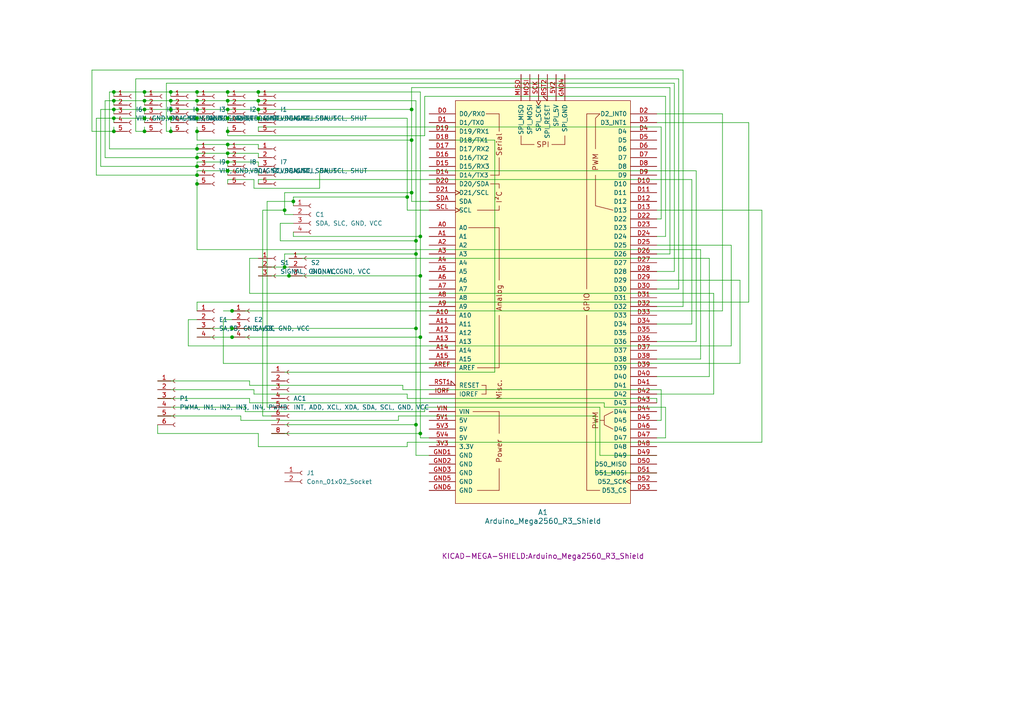
<source format=kicad_sch>
(kicad_sch
	(version 20231120)
	(generator "eeschema")
	(generator_version "8.0")
	(uuid "bd002b18-4a7f-4d77-b590-292b706bcf1b")
	(paper "A4")
	(lib_symbols
		(symbol "Connector:Conn_01x02_Socket"
			(pin_names
				(offset 1.016) hide)
			(exclude_from_sim no)
			(in_bom yes)
			(on_board yes)
			(property "Reference" "J"
				(at 0 2.54 0)
				(effects
					(font
						(size 1.27 1.27)
					)
				)
			)
			(property "Value" "Conn_01x02_Socket"
				(at 0 -5.08 0)
				(effects
					(font
						(size 1.27 1.27)
					)
				)
			)
			(property "Footprint" ""
				(at 0 0 0)
				(effects
					(font
						(size 1.27 1.27)
					)
					(hide yes)
				)
			)
			(property "Datasheet" "~"
				(at 0 0 0)
				(effects
					(font
						(size 1.27 1.27)
					)
					(hide yes)
				)
			)
			(property "Description" "Generic connector, single row, 01x02, script generated"
				(at 0 0 0)
				(effects
					(font
						(size 1.27 1.27)
					)
					(hide yes)
				)
			)
			(property "ki_locked" ""
				(at 0 0 0)
				(effects
					(font
						(size 1.27 1.27)
					)
				)
			)
			(property "ki_keywords" "connector"
				(at 0 0 0)
				(effects
					(font
						(size 1.27 1.27)
					)
					(hide yes)
				)
			)
			(property "ki_fp_filters" "Connector*:*_1x??_*"
				(at 0 0 0)
				(effects
					(font
						(size 1.27 1.27)
					)
					(hide yes)
				)
			)
			(symbol "Conn_01x02_Socket_1_1"
				(arc
					(start 0 -2.032)
					(mid -0.5058 -2.54)
					(end 0 -3.048)
					(stroke
						(width 0.1524)
						(type default)
					)
					(fill
						(type none)
					)
				)
				(polyline
					(pts
						(xy -1.27 -2.54) (xy -0.508 -2.54)
					)
					(stroke
						(width 0.1524)
						(type default)
					)
					(fill
						(type none)
					)
				)
				(polyline
					(pts
						(xy -1.27 0) (xy -0.508 0)
					)
					(stroke
						(width 0.1524)
						(type default)
					)
					(fill
						(type none)
					)
				)
				(arc
					(start 0 0.508)
					(mid -0.5058 0)
					(end 0 -0.508)
					(stroke
						(width 0.1524)
						(type default)
					)
					(fill
						(type none)
					)
				)
				(pin passive line
					(at -5.08 0 0)
					(length 3.81)
					(name "Pin_1"
						(effects
							(font
								(size 1.27 1.27)
							)
						)
					)
					(number "1"
						(effects
							(font
								(size 1.27 1.27)
							)
						)
					)
				)
				(pin passive line
					(at -5.08 -2.54 0)
					(length 3.81)
					(name "Pin_2"
						(effects
							(font
								(size 1.27 1.27)
							)
						)
					)
					(number "2"
						(effects
							(font
								(size 1.27 1.27)
							)
						)
					)
				)
			)
		)
		(symbol "Connector:Conn_01x03_Socket"
			(pin_names
				(offset 1.016) hide)
			(exclude_from_sim no)
			(in_bom yes)
			(on_board yes)
			(property "Reference" "J"
				(at 0 5.08 0)
				(effects
					(font
						(size 1.27 1.27)
					)
				)
			)
			(property "Value" "Conn_01x03_Socket"
				(at 0 -5.08 0)
				(effects
					(font
						(size 1.27 1.27)
					)
				)
			)
			(property "Footprint" ""
				(at 0 0 0)
				(effects
					(font
						(size 1.27 1.27)
					)
					(hide yes)
				)
			)
			(property "Datasheet" "~"
				(at 0 0 0)
				(effects
					(font
						(size 1.27 1.27)
					)
					(hide yes)
				)
			)
			(property "Description" "Generic connector, single row, 01x03, script generated"
				(at 0 0 0)
				(effects
					(font
						(size 1.27 1.27)
					)
					(hide yes)
				)
			)
			(property "ki_locked" ""
				(at 0 0 0)
				(effects
					(font
						(size 1.27 1.27)
					)
				)
			)
			(property "ki_keywords" "connector"
				(at 0 0 0)
				(effects
					(font
						(size 1.27 1.27)
					)
					(hide yes)
				)
			)
			(property "ki_fp_filters" "Connector*:*_1x??_*"
				(at 0 0 0)
				(effects
					(font
						(size 1.27 1.27)
					)
					(hide yes)
				)
			)
			(symbol "Conn_01x03_Socket_1_1"
				(arc
					(start 0 -2.032)
					(mid -0.5058 -2.54)
					(end 0 -3.048)
					(stroke
						(width 0.1524)
						(type default)
					)
					(fill
						(type none)
					)
				)
				(polyline
					(pts
						(xy -1.27 -2.54) (xy -0.508 -2.54)
					)
					(stroke
						(width 0.1524)
						(type default)
					)
					(fill
						(type none)
					)
				)
				(polyline
					(pts
						(xy -1.27 0) (xy -0.508 0)
					)
					(stroke
						(width 0.1524)
						(type default)
					)
					(fill
						(type none)
					)
				)
				(polyline
					(pts
						(xy -1.27 2.54) (xy -0.508 2.54)
					)
					(stroke
						(width 0.1524)
						(type default)
					)
					(fill
						(type none)
					)
				)
				(arc
					(start 0 0.508)
					(mid -0.5058 0)
					(end 0 -0.508)
					(stroke
						(width 0.1524)
						(type default)
					)
					(fill
						(type none)
					)
				)
				(arc
					(start 0 3.048)
					(mid -0.5058 2.54)
					(end 0 2.032)
					(stroke
						(width 0.1524)
						(type default)
					)
					(fill
						(type none)
					)
				)
				(pin passive line
					(at -5.08 2.54 0)
					(length 3.81)
					(name "Pin_1"
						(effects
							(font
								(size 1.27 1.27)
							)
						)
					)
					(number "1"
						(effects
							(font
								(size 1.27 1.27)
							)
						)
					)
				)
				(pin passive line
					(at -5.08 0 0)
					(length 3.81)
					(name "Pin_2"
						(effects
							(font
								(size 1.27 1.27)
							)
						)
					)
					(number "2"
						(effects
							(font
								(size 1.27 1.27)
							)
						)
					)
				)
				(pin passive line
					(at -5.08 -2.54 0)
					(length 3.81)
					(name "Pin_3"
						(effects
							(font
								(size 1.27 1.27)
							)
						)
					)
					(number "3"
						(effects
							(font
								(size 1.27 1.27)
							)
						)
					)
				)
			)
		)
		(symbol "Connector:Conn_01x04_Socket"
			(pin_names
				(offset 1.016) hide)
			(exclude_from_sim no)
			(in_bom yes)
			(on_board yes)
			(property "Reference" "J"
				(at 0 5.08 0)
				(effects
					(font
						(size 1.27 1.27)
					)
				)
			)
			(property "Value" "Conn_01x04_Socket"
				(at 0 -7.62 0)
				(effects
					(font
						(size 1.27 1.27)
					)
				)
			)
			(property "Footprint" ""
				(at 0 0 0)
				(effects
					(font
						(size 1.27 1.27)
					)
					(hide yes)
				)
			)
			(property "Datasheet" "~"
				(at 0 0 0)
				(effects
					(font
						(size 1.27 1.27)
					)
					(hide yes)
				)
			)
			(property "Description" "Generic connector, single row, 01x04, script generated"
				(at 0 0 0)
				(effects
					(font
						(size 1.27 1.27)
					)
					(hide yes)
				)
			)
			(property "ki_locked" ""
				(at 0 0 0)
				(effects
					(font
						(size 1.27 1.27)
					)
				)
			)
			(property "ki_keywords" "connector"
				(at 0 0 0)
				(effects
					(font
						(size 1.27 1.27)
					)
					(hide yes)
				)
			)
			(property "ki_fp_filters" "Connector*:*_1x??_*"
				(at 0 0 0)
				(effects
					(font
						(size 1.27 1.27)
					)
					(hide yes)
				)
			)
			(symbol "Conn_01x04_Socket_1_1"
				(arc
					(start 0 -4.572)
					(mid -0.5058 -5.08)
					(end 0 -5.588)
					(stroke
						(width 0.1524)
						(type default)
					)
					(fill
						(type none)
					)
				)
				(arc
					(start 0 -2.032)
					(mid -0.5058 -2.54)
					(end 0 -3.048)
					(stroke
						(width 0.1524)
						(type default)
					)
					(fill
						(type none)
					)
				)
				(polyline
					(pts
						(xy -1.27 -5.08) (xy -0.508 -5.08)
					)
					(stroke
						(width 0.1524)
						(type default)
					)
					(fill
						(type none)
					)
				)
				(polyline
					(pts
						(xy -1.27 -2.54) (xy -0.508 -2.54)
					)
					(stroke
						(width 0.1524)
						(type default)
					)
					(fill
						(type none)
					)
				)
				(polyline
					(pts
						(xy -1.27 0) (xy -0.508 0)
					)
					(stroke
						(width 0.1524)
						(type default)
					)
					(fill
						(type none)
					)
				)
				(polyline
					(pts
						(xy -1.27 2.54) (xy -0.508 2.54)
					)
					(stroke
						(width 0.1524)
						(type default)
					)
					(fill
						(type none)
					)
				)
				(arc
					(start 0 0.508)
					(mid -0.5058 0)
					(end 0 -0.508)
					(stroke
						(width 0.1524)
						(type default)
					)
					(fill
						(type none)
					)
				)
				(arc
					(start 0 3.048)
					(mid -0.5058 2.54)
					(end 0 2.032)
					(stroke
						(width 0.1524)
						(type default)
					)
					(fill
						(type none)
					)
				)
				(pin passive line
					(at -5.08 2.54 0)
					(length 3.81)
					(name "Pin_1"
						(effects
							(font
								(size 1.27 1.27)
							)
						)
					)
					(number "1"
						(effects
							(font
								(size 1.27 1.27)
							)
						)
					)
				)
				(pin passive line
					(at -5.08 0 0)
					(length 3.81)
					(name "Pin_2"
						(effects
							(font
								(size 1.27 1.27)
							)
						)
					)
					(number "2"
						(effects
							(font
								(size 1.27 1.27)
							)
						)
					)
				)
				(pin passive line
					(at -5.08 -2.54 0)
					(length 3.81)
					(name "Pin_3"
						(effects
							(font
								(size 1.27 1.27)
							)
						)
					)
					(number "3"
						(effects
							(font
								(size 1.27 1.27)
							)
						)
					)
				)
				(pin passive line
					(at -5.08 -5.08 0)
					(length 3.81)
					(name "Pin_4"
						(effects
							(font
								(size 1.27 1.27)
							)
						)
					)
					(number "4"
						(effects
							(font
								(size 1.27 1.27)
							)
						)
					)
				)
			)
		)
		(symbol "Connector:Conn_01x05_Socket"
			(pin_names
				(offset 1.016) hide)
			(exclude_from_sim no)
			(in_bom yes)
			(on_board yes)
			(property "Reference" "J"
				(at 0 7.62 0)
				(effects
					(font
						(size 1.27 1.27)
					)
				)
			)
			(property "Value" "Conn_01x05_Socket"
				(at 0 -7.62 0)
				(effects
					(font
						(size 1.27 1.27)
					)
				)
			)
			(property "Footprint" ""
				(at 0 0 0)
				(effects
					(font
						(size 1.27 1.27)
					)
					(hide yes)
				)
			)
			(property "Datasheet" "~"
				(at 0 0 0)
				(effects
					(font
						(size 1.27 1.27)
					)
					(hide yes)
				)
			)
			(property "Description" "Generic connector, single row, 01x05, script generated"
				(at 0 0 0)
				(effects
					(font
						(size 1.27 1.27)
					)
					(hide yes)
				)
			)
			(property "ki_locked" ""
				(at 0 0 0)
				(effects
					(font
						(size 1.27 1.27)
					)
				)
			)
			(property "ki_keywords" "connector"
				(at 0 0 0)
				(effects
					(font
						(size 1.27 1.27)
					)
					(hide yes)
				)
			)
			(property "ki_fp_filters" "Connector*:*_1x??_*"
				(at 0 0 0)
				(effects
					(font
						(size 1.27 1.27)
					)
					(hide yes)
				)
			)
			(symbol "Conn_01x05_Socket_1_1"
				(arc
					(start 0 -4.572)
					(mid -0.5058 -5.08)
					(end 0 -5.588)
					(stroke
						(width 0.1524)
						(type default)
					)
					(fill
						(type none)
					)
				)
				(arc
					(start 0 -2.032)
					(mid -0.5058 -2.54)
					(end 0 -3.048)
					(stroke
						(width 0.1524)
						(type default)
					)
					(fill
						(type none)
					)
				)
				(polyline
					(pts
						(xy -1.27 -5.08) (xy -0.508 -5.08)
					)
					(stroke
						(width 0.1524)
						(type default)
					)
					(fill
						(type none)
					)
				)
				(polyline
					(pts
						(xy -1.27 -2.54) (xy -0.508 -2.54)
					)
					(stroke
						(width 0.1524)
						(type default)
					)
					(fill
						(type none)
					)
				)
				(polyline
					(pts
						(xy -1.27 0) (xy -0.508 0)
					)
					(stroke
						(width 0.1524)
						(type default)
					)
					(fill
						(type none)
					)
				)
				(polyline
					(pts
						(xy -1.27 2.54) (xy -0.508 2.54)
					)
					(stroke
						(width 0.1524)
						(type default)
					)
					(fill
						(type none)
					)
				)
				(polyline
					(pts
						(xy -1.27 5.08) (xy -0.508 5.08)
					)
					(stroke
						(width 0.1524)
						(type default)
					)
					(fill
						(type none)
					)
				)
				(arc
					(start 0 0.508)
					(mid -0.5058 0)
					(end 0 -0.508)
					(stroke
						(width 0.1524)
						(type default)
					)
					(fill
						(type none)
					)
				)
				(arc
					(start 0 3.048)
					(mid -0.5058 2.54)
					(end 0 2.032)
					(stroke
						(width 0.1524)
						(type default)
					)
					(fill
						(type none)
					)
				)
				(arc
					(start 0 5.588)
					(mid -0.5058 5.08)
					(end 0 4.572)
					(stroke
						(width 0.1524)
						(type default)
					)
					(fill
						(type none)
					)
				)
				(pin passive line
					(at -5.08 5.08 0)
					(length 3.81)
					(name "Pin_1"
						(effects
							(font
								(size 1.27 1.27)
							)
						)
					)
					(number "1"
						(effects
							(font
								(size 1.27 1.27)
							)
						)
					)
				)
				(pin passive line
					(at -5.08 2.54 0)
					(length 3.81)
					(name "Pin_2"
						(effects
							(font
								(size 1.27 1.27)
							)
						)
					)
					(number "2"
						(effects
							(font
								(size 1.27 1.27)
							)
						)
					)
				)
				(pin passive line
					(at -5.08 0 0)
					(length 3.81)
					(name "Pin_3"
						(effects
							(font
								(size 1.27 1.27)
							)
						)
					)
					(number "3"
						(effects
							(font
								(size 1.27 1.27)
							)
						)
					)
				)
				(pin passive line
					(at -5.08 -2.54 0)
					(length 3.81)
					(name "Pin_4"
						(effects
							(font
								(size 1.27 1.27)
							)
						)
					)
					(number "4"
						(effects
							(font
								(size 1.27 1.27)
							)
						)
					)
				)
				(pin passive line
					(at -5.08 -5.08 0)
					(length 3.81)
					(name "Pin_5"
						(effects
							(font
								(size 1.27 1.27)
							)
						)
					)
					(number "5"
						(effects
							(font
								(size 1.27 1.27)
							)
						)
					)
				)
			)
		)
		(symbol "Connector:Conn_01x06_Socket"
			(pin_names
				(offset 1.016) hide)
			(exclude_from_sim no)
			(in_bom yes)
			(on_board yes)
			(property "Reference" "J"
				(at 0 7.62 0)
				(effects
					(font
						(size 1.27 1.27)
					)
				)
			)
			(property "Value" "Conn_01x06_Socket"
				(at 0 -10.16 0)
				(effects
					(font
						(size 1.27 1.27)
					)
				)
			)
			(property "Footprint" ""
				(at 0 0 0)
				(effects
					(font
						(size 1.27 1.27)
					)
					(hide yes)
				)
			)
			(property "Datasheet" "~"
				(at 0 0 0)
				(effects
					(font
						(size 1.27 1.27)
					)
					(hide yes)
				)
			)
			(property "Description" "Generic connector, single row, 01x06, script generated"
				(at 0 0 0)
				(effects
					(font
						(size 1.27 1.27)
					)
					(hide yes)
				)
			)
			(property "ki_locked" ""
				(at 0 0 0)
				(effects
					(font
						(size 1.27 1.27)
					)
				)
			)
			(property "ki_keywords" "connector"
				(at 0 0 0)
				(effects
					(font
						(size 1.27 1.27)
					)
					(hide yes)
				)
			)
			(property "ki_fp_filters" "Connector*:*_1x??_*"
				(at 0 0 0)
				(effects
					(font
						(size 1.27 1.27)
					)
					(hide yes)
				)
			)
			(symbol "Conn_01x06_Socket_1_1"
				(arc
					(start 0 -7.112)
					(mid -0.5058 -7.62)
					(end 0 -8.128)
					(stroke
						(width 0.1524)
						(type default)
					)
					(fill
						(type none)
					)
				)
				(arc
					(start 0 -4.572)
					(mid -0.5058 -5.08)
					(end 0 -5.588)
					(stroke
						(width 0.1524)
						(type default)
					)
					(fill
						(type none)
					)
				)
				(arc
					(start 0 -2.032)
					(mid -0.5058 -2.54)
					(end 0 -3.048)
					(stroke
						(width 0.1524)
						(type default)
					)
					(fill
						(type none)
					)
				)
				(polyline
					(pts
						(xy -1.27 -7.62) (xy -0.508 -7.62)
					)
					(stroke
						(width 0.1524)
						(type default)
					)
					(fill
						(type none)
					)
				)
				(polyline
					(pts
						(xy -1.27 -5.08) (xy -0.508 -5.08)
					)
					(stroke
						(width 0.1524)
						(type default)
					)
					(fill
						(type none)
					)
				)
				(polyline
					(pts
						(xy -1.27 -2.54) (xy -0.508 -2.54)
					)
					(stroke
						(width 0.1524)
						(type default)
					)
					(fill
						(type none)
					)
				)
				(polyline
					(pts
						(xy -1.27 0) (xy -0.508 0)
					)
					(stroke
						(width 0.1524)
						(type default)
					)
					(fill
						(type none)
					)
				)
				(polyline
					(pts
						(xy -1.27 2.54) (xy -0.508 2.54)
					)
					(stroke
						(width 0.1524)
						(type default)
					)
					(fill
						(type none)
					)
				)
				(polyline
					(pts
						(xy -1.27 5.08) (xy -0.508 5.08)
					)
					(stroke
						(width 0.1524)
						(type default)
					)
					(fill
						(type none)
					)
				)
				(arc
					(start 0 0.508)
					(mid -0.5058 0)
					(end 0 -0.508)
					(stroke
						(width 0.1524)
						(type default)
					)
					(fill
						(type none)
					)
				)
				(arc
					(start 0 3.048)
					(mid -0.5058 2.54)
					(end 0 2.032)
					(stroke
						(width 0.1524)
						(type default)
					)
					(fill
						(type none)
					)
				)
				(arc
					(start 0 5.588)
					(mid -0.5058 5.08)
					(end 0 4.572)
					(stroke
						(width 0.1524)
						(type default)
					)
					(fill
						(type none)
					)
				)
				(pin passive line
					(at -5.08 5.08 0)
					(length 3.81)
					(name "Pin_1"
						(effects
							(font
								(size 1.27 1.27)
							)
						)
					)
					(number "1"
						(effects
							(font
								(size 1.27 1.27)
							)
						)
					)
				)
				(pin passive line
					(at -5.08 2.54 0)
					(length 3.81)
					(name "Pin_2"
						(effects
							(font
								(size 1.27 1.27)
							)
						)
					)
					(number "2"
						(effects
							(font
								(size 1.27 1.27)
							)
						)
					)
				)
				(pin passive line
					(at -5.08 0 0)
					(length 3.81)
					(name "Pin_3"
						(effects
							(font
								(size 1.27 1.27)
							)
						)
					)
					(number "3"
						(effects
							(font
								(size 1.27 1.27)
							)
						)
					)
				)
				(pin passive line
					(at -5.08 -2.54 0)
					(length 3.81)
					(name "Pin_4"
						(effects
							(font
								(size 1.27 1.27)
							)
						)
					)
					(number "4"
						(effects
							(font
								(size 1.27 1.27)
							)
						)
					)
				)
				(pin passive line
					(at -5.08 -5.08 0)
					(length 3.81)
					(name "Pin_5"
						(effects
							(font
								(size 1.27 1.27)
							)
						)
					)
					(number "5"
						(effects
							(font
								(size 1.27 1.27)
							)
						)
					)
				)
				(pin passive line
					(at -5.08 -7.62 0)
					(length 3.81)
					(name "Pin_6"
						(effects
							(font
								(size 1.27 1.27)
							)
						)
					)
					(number "6"
						(effects
							(font
								(size 1.27 1.27)
							)
						)
					)
				)
			)
		)
		(symbol "Connector:Conn_01x08_Socket"
			(pin_names
				(offset 1.016) hide)
			(exclude_from_sim no)
			(in_bom yes)
			(on_board yes)
			(property "Reference" "J"
				(at 0 10.16 0)
				(effects
					(font
						(size 1.27 1.27)
					)
				)
			)
			(property "Value" "Conn_01x08_Socket"
				(at 0 -12.7 0)
				(effects
					(font
						(size 1.27 1.27)
					)
				)
			)
			(property "Footprint" ""
				(at 0 0 0)
				(effects
					(font
						(size 1.27 1.27)
					)
					(hide yes)
				)
			)
			(property "Datasheet" "~"
				(at 0 0 0)
				(effects
					(font
						(size 1.27 1.27)
					)
					(hide yes)
				)
			)
			(property "Description" "Generic connector, single row, 01x08, script generated"
				(at 0 0 0)
				(effects
					(font
						(size 1.27 1.27)
					)
					(hide yes)
				)
			)
			(property "ki_locked" ""
				(at 0 0 0)
				(effects
					(font
						(size 1.27 1.27)
					)
				)
			)
			(property "ki_keywords" "connector"
				(at 0 0 0)
				(effects
					(font
						(size 1.27 1.27)
					)
					(hide yes)
				)
			)
			(property "ki_fp_filters" "Connector*:*_1x??_*"
				(at 0 0 0)
				(effects
					(font
						(size 1.27 1.27)
					)
					(hide yes)
				)
			)
			(symbol "Conn_01x08_Socket_1_1"
				(arc
					(start 0 -9.652)
					(mid -0.5058 -10.16)
					(end 0 -10.668)
					(stroke
						(width 0.1524)
						(type default)
					)
					(fill
						(type none)
					)
				)
				(arc
					(start 0 -7.112)
					(mid -0.5058 -7.62)
					(end 0 -8.128)
					(stroke
						(width 0.1524)
						(type default)
					)
					(fill
						(type none)
					)
				)
				(arc
					(start 0 -4.572)
					(mid -0.5058 -5.08)
					(end 0 -5.588)
					(stroke
						(width 0.1524)
						(type default)
					)
					(fill
						(type none)
					)
				)
				(arc
					(start 0 -2.032)
					(mid -0.5058 -2.54)
					(end 0 -3.048)
					(stroke
						(width 0.1524)
						(type default)
					)
					(fill
						(type none)
					)
				)
				(polyline
					(pts
						(xy -1.27 -10.16) (xy -0.508 -10.16)
					)
					(stroke
						(width 0.1524)
						(type default)
					)
					(fill
						(type none)
					)
				)
				(polyline
					(pts
						(xy -1.27 -7.62) (xy -0.508 -7.62)
					)
					(stroke
						(width 0.1524)
						(type default)
					)
					(fill
						(type none)
					)
				)
				(polyline
					(pts
						(xy -1.27 -5.08) (xy -0.508 -5.08)
					)
					(stroke
						(width 0.1524)
						(type default)
					)
					(fill
						(type none)
					)
				)
				(polyline
					(pts
						(xy -1.27 -2.54) (xy -0.508 -2.54)
					)
					(stroke
						(width 0.1524)
						(type default)
					)
					(fill
						(type none)
					)
				)
				(polyline
					(pts
						(xy -1.27 0) (xy -0.508 0)
					)
					(stroke
						(width 0.1524)
						(type default)
					)
					(fill
						(type none)
					)
				)
				(polyline
					(pts
						(xy -1.27 2.54) (xy -0.508 2.54)
					)
					(stroke
						(width 0.1524)
						(type default)
					)
					(fill
						(type none)
					)
				)
				(polyline
					(pts
						(xy -1.27 5.08) (xy -0.508 5.08)
					)
					(stroke
						(width 0.1524)
						(type default)
					)
					(fill
						(type none)
					)
				)
				(polyline
					(pts
						(xy -1.27 7.62) (xy -0.508 7.62)
					)
					(stroke
						(width 0.1524)
						(type default)
					)
					(fill
						(type none)
					)
				)
				(arc
					(start 0 0.508)
					(mid -0.5058 0)
					(end 0 -0.508)
					(stroke
						(width 0.1524)
						(type default)
					)
					(fill
						(type none)
					)
				)
				(arc
					(start 0 3.048)
					(mid -0.5058 2.54)
					(end 0 2.032)
					(stroke
						(width 0.1524)
						(type default)
					)
					(fill
						(type none)
					)
				)
				(arc
					(start 0 5.588)
					(mid -0.5058 5.08)
					(end 0 4.572)
					(stroke
						(width 0.1524)
						(type default)
					)
					(fill
						(type none)
					)
				)
				(arc
					(start 0 8.128)
					(mid -0.5058 7.62)
					(end 0 7.112)
					(stroke
						(width 0.1524)
						(type default)
					)
					(fill
						(type none)
					)
				)
				(pin passive line
					(at -5.08 7.62 0)
					(length 3.81)
					(name "Pin_1"
						(effects
							(font
								(size 1.27 1.27)
							)
						)
					)
					(number "1"
						(effects
							(font
								(size 1.27 1.27)
							)
						)
					)
				)
				(pin passive line
					(at -5.08 5.08 0)
					(length 3.81)
					(name "Pin_2"
						(effects
							(font
								(size 1.27 1.27)
							)
						)
					)
					(number "2"
						(effects
							(font
								(size 1.27 1.27)
							)
						)
					)
				)
				(pin passive line
					(at -5.08 2.54 0)
					(length 3.81)
					(name "Pin_3"
						(effects
							(font
								(size 1.27 1.27)
							)
						)
					)
					(number "3"
						(effects
							(font
								(size 1.27 1.27)
							)
						)
					)
				)
				(pin passive line
					(at -5.08 0 0)
					(length 3.81)
					(name "Pin_4"
						(effects
							(font
								(size 1.27 1.27)
							)
						)
					)
					(number "4"
						(effects
							(font
								(size 1.27 1.27)
							)
						)
					)
				)
				(pin passive line
					(at -5.08 -2.54 0)
					(length 3.81)
					(name "Pin_5"
						(effects
							(font
								(size 1.27 1.27)
							)
						)
					)
					(number "5"
						(effects
							(font
								(size 1.27 1.27)
							)
						)
					)
				)
				(pin passive line
					(at -5.08 -5.08 0)
					(length 3.81)
					(name "Pin_6"
						(effects
							(font
								(size 1.27 1.27)
							)
						)
					)
					(number "6"
						(effects
							(font
								(size 1.27 1.27)
							)
						)
					)
				)
				(pin passive line
					(at -5.08 -7.62 0)
					(length 3.81)
					(name "Pin_7"
						(effects
							(font
								(size 1.27 1.27)
							)
						)
					)
					(number "7"
						(effects
							(font
								(size 1.27 1.27)
							)
						)
					)
				)
				(pin passive line
					(at -5.08 -10.16 0)
					(length 3.81)
					(name "Pin_8"
						(effects
							(font
								(size 1.27 1.27)
							)
						)
					)
					(number "8"
						(effects
							(font
								(size 1.27 1.27)
							)
						)
					)
				)
			)
		)
		(symbol "arduino-library.kicad_sym:Arduino_Mega2560_R3_Shield"
			(pin_names
				(offset 1.016)
			)
			(exclude_from_sim no)
			(in_bom yes)
			(on_board yes)
			(property "Reference" "A"
				(at 0 -62.23 0)
				(effects
					(font
						(size 1.524 1.524)
					)
				)
			)
			(property "Value" "Arduino_Mega2560_R3_Shield"
				(at 0 -66.04 0)
				(effects
					(font
						(size 1.524 1.524)
					)
				)
			)
			(property "Footprint" "PCM_arduino-library:Arduino_Mega2560_R3_Shield"
				(at 0 -73.66 0)
				(effects
					(font
						(size 1.524 1.524)
					)
					(hide yes)
				)
			)
			(property "Datasheet" "https://docs.arduino.cc/hardware/mega-2560"
				(at 0 -69.85 0)
				(effects
					(font
						(size 1.524 1.524)
					)
					(hide yes)
				)
			)
			(property "Description" "Shield for Arduino Mega 2560 R3"
				(at 0 0 0)
				(effects
					(font
						(size 1.27 1.27)
					)
					(hide yes)
				)
			)
			(property "ki_keywords" "Arduino MPU Shield"
				(at 0 0 0)
				(effects
					(font
						(size 1.27 1.27)
					)
					(hide yes)
				)
			)
			(property "ki_fp_filters" "Arduino_Mega2560_R3_Shield"
				(at 0 0 0)
				(effects
					(font
						(size 1.27 1.27)
					)
					(hide yes)
				)
			)
			(symbol "Arduino_Mega2560_R3_Shield_0_0"
				(rectangle
					(start -25.4 -58.42)
					(end 25.4 58.42)
					(stroke
						(width 0)
						(type default)
					)
					(fill
						(type background)
					)
				)
				(rectangle
					(start -20.32 -31.75)
					(end -12.7 -31.75)
					(stroke
						(width 0)
						(type default)
					)
					(fill
						(type none)
					)
				)
				(rectangle
					(start -19.05 -54.61)
					(end -12.7 -54.61)
					(stroke
						(width 0)
						(type default)
					)
					(fill
						(type none)
					)
				)
				(rectangle
					(start -19.05 -19.05)
					(end -12.7 -19.05)
					(stroke
						(width 0)
						(type default)
					)
					(fill
						(type none)
					)
				)
				(rectangle
					(start -19.05 26.67)
					(end -12.7 26.67)
					(stroke
						(width 0)
						(type default)
					)
					(fill
						(type none)
					)
				)
				(rectangle
					(start -17.78 -26.67)
					(end -16.51 -26.67)
					(stroke
						(width 0)
						(type default)
					)
					(fill
						(type none)
					)
				)
				(rectangle
					(start -17.78 -24.13)
					(end -16.51 -24.13)
					(stroke
						(width 0)
						(type default)
					)
					(fill
						(type none)
					)
				)
				(rectangle
					(start -16.51 -25.4)
					(end -13.97 -25.4)
					(stroke
						(width 0)
						(type default)
					)
					(fill
						(type none)
					)
				)
				(rectangle
					(start -16.51 -24.13)
					(end -16.51 -26.67)
					(stroke
						(width 0)
						(type default)
					)
					(fill
						(type none)
					)
				)
				(rectangle
					(start -16.51 54.61)
					(end -12.7 54.61)
					(stroke
						(width 0)
						(type default)
					)
					(fill
						(type none)
					)
				)
				(rectangle
					(start -15.24 34.29)
					(end -12.7 34.29)
					(stroke
						(width 0)
						(type default)
					)
					(fill
						(type none)
					)
				)
				(rectangle
					(start -15.24 36.83)
					(end -12.7 36.83)
					(stroke
						(width 0)
						(type default)
					)
					(fill
						(type none)
					)
				)
				(rectangle
					(start -12.7 -54.61)
					(end -12.7 -48.26)
					(stroke
						(width 0)
						(type default)
					)
					(fill
						(type none)
					)
				)
				(rectangle
					(start -12.7 -31.75)
					(end -12.7 -38.1)
					(stroke
						(width 0)
						(type default)
					)
					(fill
						(type none)
					)
				)
				(rectangle
					(start -12.7 26.67)
					(end -12.7 27.94)
					(stroke
						(width 0)
						(type default)
					)
					(fill
						(type none)
					)
				)
				(rectangle
					(start -12.7 34.29)
					(end -12.7 33.02)
					(stroke
						(width 0)
						(type default)
					)
					(fill
						(type none)
					)
				)
				(rectangle
					(start -12.7 41.91)
					(end -12.7 36.83)
					(stroke
						(width 0)
						(type default)
					)
					(fill
						(type none)
					)
				)
				(rectangle
					(start -12.7 49.53)
					(end -12.7 54.61)
					(stroke
						(width 0)
						(type default)
					)
					(fill
						(type none)
					)
				)
				(rectangle
					(start -6.35 48.26)
					(end -6.35 45.72)
					(stroke
						(width 0)
						(type default)
					)
					(fill
						(type none)
					)
				)
				(rectangle
					(start -2.54 45.72)
					(end -6.35 45.72)
					(stroke
						(width 0)
						(type default)
					)
					(fill
						(type none)
					)
				)
				(polyline
					(pts
						(xy -21.59 21.59) (xy -12.7 21.59)
					)
					(stroke
						(width 0)
						(type default)
					)
					(fill
						(type none)
					)
				)
				(polyline
					(pts
						(xy -12.7 -19.05) (xy -12.7 -3.81)
					)
					(stroke
						(width 0)
						(type default)
					)
					(fill
						(type none)
					)
				)
				(polyline
					(pts
						(xy -12.7 6.35) (xy -12.7 21.59)
					)
					(stroke
						(width 0)
						(type default)
					)
					(fill
						(type none)
					)
				)
				(polyline
					(pts
						(xy 12.7 -54.61) (xy 16.51 -54.61)
					)
					(stroke
						(width 0)
						(type default)
					)
					(fill
						(type none)
					)
				)
				(polyline
					(pts
						(xy 12.7 54.61) (xy 16.51 54.61)
					)
					(stroke
						(width 0)
						(type default)
					)
					(fill
						(type none)
					)
				)
				(polyline
					(pts
						(xy 17.78 -34.29) (xy 16.51 -34.29)
					)
					(stroke
						(width 0)
						(type default)
					)
					(fill
						(type none)
					)
				)
				(polyline
					(pts
						(xy 15.24 36.83) (xy 15.24 27.94) (xy 20.32 26.67)
					)
					(stroke
						(width 0)
						(type default)
					)
					(fill
						(type none)
					)
				)
				(polyline
					(pts
						(xy 15.24 44.45) (xy 15.24 53.34) (xy 16.51 54.61)
					)
					(stroke
						(width 0)
						(type default)
					)
					(fill
						(type none)
					)
				)
				(polyline
					(pts
						(xy 20.32 -31.75) (xy 17.78 -33.02) (xy 17.78 -35.56) (xy 20.32 -36.83)
					)
					(stroke
						(width 0)
						(type default)
					)
					(fill
						(type none)
					)
				)
				(rectangle
					(start 6.35 45.72)
					(end 2.54 45.72)
					(stroke
						(width 0)
						(type default)
					)
					(fill
						(type none)
					)
				)
				(rectangle
					(start 6.35 48.26)
					(end 6.35 45.72)
					(stroke
						(width 0)
						(type default)
					)
					(fill
						(type none)
					)
				)
				(text "Analog"
					(at -12.7 1.27 900)
					(effects
						(font
							(size 1.524 1.524)
						)
					)
				)
				(text "I²C"
					(at -12.7 30.48 900)
					(effects
						(font
							(size 1.524 1.524)
						)
					)
				)
				(text "Misc."
					(at -12.7 -25.4 900)
					(effects
						(font
							(size 1.524 1.524)
						)
					)
				)
				(text "Power"
					(at -12.7 -43.18 900)
					(effects
						(font
							(size 1.524 1.524)
						)
					)
				)
				(text "PWM"
					(at 15.24 -34.29 900)
					(effects
						(font
							(size 1.524 1.524)
						)
					)
				)
				(text "PWM"
					(at 15.24 40.64 900)
					(effects
						(font
							(size 1.524 1.524)
						)
					)
				)
				(text "Serial"
					(at -12.7 45.72 900)
					(effects
						(font
							(size 1.524 1.524)
						)
					)
				)
				(text "SPI"
					(at 0 45.72 0)
					(effects
						(font
							(size 1.524 1.524)
						)
					)
				)
			)
			(symbol "Arduino_Mega2560_R3_Shield_1_0"
				(rectangle
					(start 12.7 -54.61)
					(end 12.7 -3.81)
					(stroke
						(width 0)
						(type default)
					)
					(fill
						(type none)
					)
				)
				(rectangle
					(start 12.7 54.61)
					(end 12.7 3.81)
					(stroke
						(width 0)
						(type default)
					)
					(fill
						(type none)
					)
				)
				(text "GPIO"
					(at 12.7 0 900)
					(effects
						(font
							(size 1.524 1.524)
						)
					)
				)
			)
			(symbol "Arduino_Mega2560_R3_Shield_1_1"
				(pin power_out line
					(at -33.02 -41.91 0)
					(length 7.62)
					(name "3.3V"
						(effects
							(font
								(size 1.27 1.27)
							)
						)
					)
					(number "3V3"
						(effects
							(font
								(size 1.27 1.27)
							)
						)
					)
				)
				(pin power_in line
					(at -33.02 -34.29 0)
					(length 7.62)
					(name "5V"
						(effects
							(font
								(size 1.27 1.27)
							)
						)
					)
					(number "5V1"
						(effects
							(font
								(size 1.27 1.27)
							)
						)
					)
				)
				(pin power_in line
					(at 3.81 66.04 270)
					(length 7.62)
					(name "SPI_5V"
						(effects
							(font
								(size 1.27 1.27)
							)
						)
					)
					(number "5V2"
						(effects
							(font
								(size 1.27 1.27)
							)
						)
					)
				)
				(pin power_in line
					(at -33.02 -36.83 0)
					(length 7.62)
					(name "5V"
						(effects
							(font
								(size 1.27 1.27)
							)
						)
					)
					(number "5V3"
						(effects
							(font
								(size 1.27 1.27)
							)
						)
					)
				)
				(pin power_in line
					(at -33.02 -39.37 0)
					(length 7.62)
					(name "5V"
						(effects
							(font
								(size 1.27 1.27)
							)
						)
					)
					(number "5V4"
						(effects
							(font
								(size 1.27 1.27)
							)
						)
					)
				)
				(pin bidirectional line
					(at -33.02 21.59 0)
					(length 7.62)
					(name "A0"
						(effects
							(font
								(size 1.27 1.27)
							)
						)
					)
					(number "A0"
						(effects
							(font
								(size 1.27 1.27)
							)
						)
					)
				)
				(pin bidirectional line
					(at -33.02 19.05 0)
					(length 7.62)
					(name "A1"
						(effects
							(font
								(size 1.27 1.27)
							)
						)
					)
					(number "A1"
						(effects
							(font
								(size 1.27 1.27)
							)
						)
					)
				)
				(pin bidirectional line
					(at -33.02 -3.81 0)
					(length 7.62)
					(name "A10"
						(effects
							(font
								(size 1.27 1.27)
							)
						)
					)
					(number "A10"
						(effects
							(font
								(size 1.27 1.27)
							)
						)
					)
				)
				(pin bidirectional line
					(at -33.02 -6.35 0)
					(length 7.62)
					(name "A11"
						(effects
							(font
								(size 1.27 1.27)
							)
						)
					)
					(number "A11"
						(effects
							(font
								(size 1.27 1.27)
							)
						)
					)
				)
				(pin bidirectional line
					(at -33.02 -8.89 0)
					(length 7.62)
					(name "A12"
						(effects
							(font
								(size 1.27 1.27)
							)
						)
					)
					(number "A12"
						(effects
							(font
								(size 1.27 1.27)
							)
						)
					)
				)
				(pin bidirectional line
					(at -33.02 -11.43 0)
					(length 7.62)
					(name "A13"
						(effects
							(font
								(size 1.27 1.27)
							)
						)
					)
					(number "A13"
						(effects
							(font
								(size 1.27 1.27)
							)
						)
					)
				)
				(pin bidirectional line
					(at -33.02 -13.97 0)
					(length 7.62)
					(name "A14"
						(effects
							(font
								(size 1.27 1.27)
							)
						)
					)
					(number "A14"
						(effects
							(font
								(size 1.27 1.27)
							)
						)
					)
				)
				(pin bidirectional line
					(at -33.02 -16.51 0)
					(length 7.62)
					(name "A15"
						(effects
							(font
								(size 1.27 1.27)
							)
						)
					)
					(number "A15"
						(effects
							(font
								(size 1.27 1.27)
							)
						)
					)
				)
				(pin bidirectional line
					(at -33.02 16.51 0)
					(length 7.62)
					(name "A2"
						(effects
							(font
								(size 1.27 1.27)
							)
						)
					)
					(number "A2"
						(effects
							(font
								(size 1.27 1.27)
							)
						)
					)
				)
				(pin bidirectional line
					(at -33.02 13.97 0)
					(length 7.62)
					(name "A3"
						(effects
							(font
								(size 1.27 1.27)
							)
						)
					)
					(number "A3"
						(effects
							(font
								(size 1.27 1.27)
							)
						)
					)
				)
				(pin bidirectional line
					(at -33.02 11.43 0)
					(length 7.62)
					(name "A4"
						(effects
							(font
								(size 1.27 1.27)
							)
						)
					)
					(number "A4"
						(effects
							(font
								(size 1.27 1.27)
							)
						)
					)
				)
				(pin bidirectional line
					(at -33.02 8.89 0)
					(length 7.62)
					(name "A5"
						(effects
							(font
								(size 1.27 1.27)
							)
						)
					)
					(number "A5"
						(effects
							(font
								(size 1.27 1.27)
							)
						)
					)
				)
				(pin bidirectional line
					(at -33.02 6.35 0)
					(length 7.62)
					(name "A6"
						(effects
							(font
								(size 1.27 1.27)
							)
						)
					)
					(number "A6"
						(effects
							(font
								(size 1.27 1.27)
							)
						)
					)
				)
				(pin bidirectional line
					(at -33.02 3.81 0)
					(length 7.62)
					(name "A7"
						(effects
							(font
								(size 1.27 1.27)
							)
						)
					)
					(number "A7"
						(effects
							(font
								(size 1.27 1.27)
							)
						)
					)
				)
				(pin bidirectional line
					(at -33.02 1.27 0)
					(length 7.62)
					(name "A8"
						(effects
							(font
								(size 1.27 1.27)
							)
						)
					)
					(number "A8"
						(effects
							(font
								(size 1.27 1.27)
							)
						)
					)
				)
				(pin bidirectional line
					(at -33.02 -1.27 0)
					(length 7.62)
					(name "A9"
						(effects
							(font
								(size 1.27 1.27)
							)
						)
					)
					(number "A9"
						(effects
							(font
								(size 1.27 1.27)
							)
						)
					)
				)
				(pin input line
					(at -33.02 -19.05 0)
					(length 7.62)
					(name "AREF"
						(effects
							(font
								(size 1.27 1.27)
							)
						)
					)
					(number "AREF"
						(effects
							(font
								(size 1.27 1.27)
							)
						)
					)
				)
				(pin bidirectional line
					(at -33.02 54.61 0)
					(length 7.62)
					(name "D0/RX0"
						(effects
							(font
								(size 1.27 1.27)
							)
						)
					)
					(number "D0"
						(effects
							(font
								(size 1.27 1.27)
							)
						)
					)
				)
				(pin bidirectional line
					(at -33.02 52.07 0)
					(length 7.62)
					(name "D1/TX0"
						(effects
							(font
								(size 1.27 1.27)
							)
						)
					)
					(number "D1"
						(effects
							(font
								(size 1.27 1.27)
							)
						)
					)
				)
				(pin bidirectional line
					(at 33.02 34.29 180)
					(length 7.62)
					(name "D10"
						(effects
							(font
								(size 1.27 1.27)
							)
						)
					)
					(number "D10"
						(effects
							(font
								(size 1.27 1.27)
							)
						)
					)
				)
				(pin bidirectional line
					(at 33.02 31.75 180)
					(length 7.62)
					(name "D11"
						(effects
							(font
								(size 1.27 1.27)
							)
						)
					)
					(number "D11"
						(effects
							(font
								(size 1.27 1.27)
							)
						)
					)
				)
				(pin bidirectional line
					(at 33.02 29.21 180)
					(length 7.62)
					(name "D12"
						(effects
							(font
								(size 1.27 1.27)
							)
						)
					)
					(number "D12"
						(effects
							(font
								(size 1.27 1.27)
							)
						)
					)
				)
				(pin bidirectional line
					(at 33.02 26.67 180)
					(length 7.62)
					(name "D13"
						(effects
							(font
								(size 1.27 1.27)
							)
						)
					)
					(number "D13"
						(effects
							(font
								(size 1.27 1.27)
							)
						)
					)
				)
				(pin bidirectional line
					(at -33.02 36.83 0)
					(length 7.62)
					(name "D14/TX3"
						(effects
							(font
								(size 1.27 1.27)
							)
						)
					)
					(number "D14"
						(effects
							(font
								(size 1.27 1.27)
							)
						)
					)
				)
				(pin bidirectional line
					(at -33.02 39.37 0)
					(length 7.62)
					(name "D15/RX3"
						(effects
							(font
								(size 1.27 1.27)
							)
						)
					)
					(number "D15"
						(effects
							(font
								(size 1.27 1.27)
							)
						)
					)
				)
				(pin bidirectional line
					(at -33.02 41.91 0)
					(length 7.62)
					(name "D16/TX2"
						(effects
							(font
								(size 1.27 1.27)
							)
						)
					)
					(number "D16"
						(effects
							(font
								(size 1.27 1.27)
							)
						)
					)
				)
				(pin bidirectional line
					(at -33.02 44.45 0)
					(length 7.62)
					(name "D17/RX2"
						(effects
							(font
								(size 1.27 1.27)
							)
						)
					)
					(number "D17"
						(effects
							(font
								(size 1.27 1.27)
							)
						)
					)
				)
				(pin bidirectional line
					(at -33.02 46.99 0)
					(length 7.62)
					(name "D18/TX1"
						(effects
							(font
								(size 1.27 1.27)
							)
						)
					)
					(number "D18"
						(effects
							(font
								(size 1.27 1.27)
							)
						)
					)
				)
				(pin bidirectional line
					(at -33.02 49.53 0)
					(length 7.62)
					(name "D19/RX1"
						(effects
							(font
								(size 1.27 1.27)
							)
						)
					)
					(number "D19"
						(effects
							(font
								(size 1.27 1.27)
							)
						)
					)
				)
				(pin bidirectional line
					(at 33.02 54.61 180)
					(length 7.62)
					(name "D2_INT0"
						(effects
							(font
								(size 1.27 1.27)
							)
						)
					)
					(number "D2"
						(effects
							(font
								(size 1.27 1.27)
							)
						)
					)
				)
				(pin bidirectional line
					(at -33.02 34.29 0)
					(length 7.62)
					(name "D20/SDA"
						(effects
							(font
								(size 1.27 1.27)
							)
						)
					)
					(number "D20"
						(effects
							(font
								(size 1.27 1.27)
							)
						)
					)
				)
				(pin bidirectional clock
					(at -33.02 31.75 0)
					(length 7.62)
					(name "D21/SCL"
						(effects
							(font
								(size 1.27 1.27)
							)
						)
					)
					(number "D21"
						(effects
							(font
								(size 1.27 1.27)
							)
						)
					)
				)
				(pin bidirectional line
					(at 33.02 24.13 180)
					(length 7.62)
					(name "D22"
						(effects
							(font
								(size 1.27 1.27)
							)
						)
					)
					(number "D22"
						(effects
							(font
								(size 1.27 1.27)
							)
						)
					)
				)
				(pin bidirectional line
					(at 33.02 21.59 180)
					(length 7.62)
					(name "D23"
						(effects
							(font
								(size 1.27 1.27)
							)
						)
					)
					(number "D23"
						(effects
							(font
								(size 1.27 1.27)
							)
						)
					)
				)
				(pin bidirectional line
					(at 33.02 19.05 180)
					(length 7.62)
					(name "D24"
						(effects
							(font
								(size 1.27 1.27)
							)
						)
					)
					(number "D24"
						(effects
							(font
								(size 1.27 1.27)
							)
						)
					)
				)
				(pin bidirectional line
					(at 33.02 16.51 180)
					(length 7.62)
					(name "D25"
						(effects
							(font
								(size 1.27 1.27)
							)
						)
					)
					(number "D25"
						(effects
							(font
								(size 1.27 1.27)
							)
						)
					)
				)
				(pin bidirectional line
					(at 33.02 13.97 180)
					(length 7.62)
					(name "D26"
						(effects
							(font
								(size 1.27 1.27)
							)
						)
					)
					(number "D26"
						(effects
							(font
								(size 1.27 1.27)
							)
						)
					)
				)
				(pin bidirectional line
					(at 33.02 11.43 180)
					(length 7.62)
					(name "D27"
						(effects
							(font
								(size 1.27 1.27)
							)
						)
					)
					(number "D27"
						(effects
							(font
								(size 1.27 1.27)
							)
						)
					)
				)
				(pin bidirectional line
					(at 33.02 8.89 180)
					(length 7.62)
					(name "D28"
						(effects
							(font
								(size 1.27 1.27)
							)
						)
					)
					(number "D28"
						(effects
							(font
								(size 1.27 1.27)
							)
						)
					)
				)
				(pin bidirectional line
					(at 33.02 6.35 180)
					(length 7.62)
					(name "D29"
						(effects
							(font
								(size 1.27 1.27)
							)
						)
					)
					(number "D29"
						(effects
							(font
								(size 1.27 1.27)
							)
						)
					)
				)
				(pin bidirectional line
					(at 33.02 52.07 180)
					(length 7.62)
					(name "D3_INT1"
						(effects
							(font
								(size 1.27 1.27)
							)
						)
					)
					(number "D3"
						(effects
							(font
								(size 1.27 1.27)
							)
						)
					)
				)
				(pin bidirectional line
					(at 33.02 3.81 180)
					(length 7.62)
					(name "D30"
						(effects
							(font
								(size 1.27 1.27)
							)
						)
					)
					(number "D30"
						(effects
							(font
								(size 1.27 1.27)
							)
						)
					)
				)
				(pin bidirectional line
					(at 33.02 1.27 180)
					(length 7.62)
					(name "D31"
						(effects
							(font
								(size 1.27 1.27)
							)
						)
					)
					(number "D31"
						(effects
							(font
								(size 1.27 1.27)
							)
						)
					)
				)
				(pin bidirectional line
					(at 33.02 -1.27 180)
					(length 7.62)
					(name "D32"
						(effects
							(font
								(size 1.27 1.27)
							)
						)
					)
					(number "D32"
						(effects
							(font
								(size 1.27 1.27)
							)
						)
					)
				)
				(pin bidirectional line
					(at 33.02 -3.81 180)
					(length 7.62)
					(name "D33"
						(effects
							(font
								(size 1.27 1.27)
							)
						)
					)
					(number "D33"
						(effects
							(font
								(size 1.27 1.27)
							)
						)
					)
				)
				(pin bidirectional line
					(at 33.02 -6.35 180)
					(length 7.62)
					(name "D34"
						(effects
							(font
								(size 1.27 1.27)
							)
						)
					)
					(number "D34"
						(effects
							(font
								(size 1.27 1.27)
							)
						)
					)
				)
				(pin bidirectional line
					(at 33.02 -8.89 180)
					(length 7.62)
					(name "D35"
						(effects
							(font
								(size 1.27 1.27)
							)
						)
					)
					(number "D35"
						(effects
							(font
								(size 1.27 1.27)
							)
						)
					)
				)
				(pin bidirectional line
					(at 33.02 -11.43 180)
					(length 7.62)
					(name "D36"
						(effects
							(font
								(size 1.27 1.27)
							)
						)
					)
					(number "D36"
						(effects
							(font
								(size 1.27 1.27)
							)
						)
					)
				)
				(pin bidirectional line
					(at 33.02 -13.97 180)
					(length 7.62)
					(name "D37"
						(effects
							(font
								(size 1.27 1.27)
							)
						)
					)
					(number "D37"
						(effects
							(font
								(size 1.27 1.27)
							)
						)
					)
				)
				(pin bidirectional line
					(at 33.02 -16.51 180)
					(length 7.62)
					(name "D38"
						(effects
							(font
								(size 1.27 1.27)
							)
						)
					)
					(number "D38"
						(effects
							(font
								(size 1.27 1.27)
							)
						)
					)
				)
				(pin bidirectional line
					(at 33.02 -19.05 180)
					(length 7.62)
					(name "D39"
						(effects
							(font
								(size 1.27 1.27)
							)
						)
					)
					(number "D39"
						(effects
							(font
								(size 1.27 1.27)
							)
						)
					)
				)
				(pin bidirectional line
					(at 33.02 49.53 180)
					(length 7.62)
					(name "D4"
						(effects
							(font
								(size 1.27 1.27)
							)
						)
					)
					(number "D4"
						(effects
							(font
								(size 1.27 1.27)
							)
						)
					)
				)
				(pin bidirectional line
					(at 33.02 -21.59 180)
					(length 7.62)
					(name "D40"
						(effects
							(font
								(size 1.27 1.27)
							)
						)
					)
					(number "D40"
						(effects
							(font
								(size 1.27 1.27)
							)
						)
					)
				)
				(pin bidirectional line
					(at 33.02 -24.13 180)
					(length 7.62)
					(name "D41"
						(effects
							(font
								(size 1.27 1.27)
							)
						)
					)
					(number "D41"
						(effects
							(font
								(size 1.27 1.27)
							)
						)
					)
				)
				(pin bidirectional line
					(at 33.02 -26.67 180)
					(length 7.62)
					(name "D42"
						(effects
							(font
								(size 1.27 1.27)
							)
						)
					)
					(number "D42"
						(effects
							(font
								(size 1.27 1.27)
							)
						)
					)
				)
				(pin bidirectional line
					(at 33.02 -29.21 180)
					(length 7.62)
					(name "D43"
						(effects
							(font
								(size 1.27 1.27)
							)
						)
					)
					(number "D43"
						(effects
							(font
								(size 1.27 1.27)
							)
						)
					)
				)
				(pin bidirectional line
					(at 33.02 -31.75 180)
					(length 7.62)
					(name "D44"
						(effects
							(font
								(size 1.27 1.27)
							)
						)
					)
					(number "D44"
						(effects
							(font
								(size 1.27 1.27)
							)
						)
					)
				)
				(pin bidirectional line
					(at 33.02 -34.29 180)
					(length 7.62)
					(name "D45"
						(effects
							(font
								(size 1.27 1.27)
							)
						)
					)
					(number "D45"
						(effects
							(font
								(size 1.27 1.27)
							)
						)
					)
				)
				(pin bidirectional line
					(at 33.02 -36.83 180)
					(length 7.62)
					(name "D46"
						(effects
							(font
								(size 1.27 1.27)
							)
						)
					)
					(number "D46"
						(effects
							(font
								(size 1.27 1.27)
							)
						)
					)
				)
				(pin bidirectional line
					(at 33.02 -39.37 180)
					(length 7.62)
					(name "D47"
						(effects
							(font
								(size 1.27 1.27)
							)
						)
					)
					(number "D47"
						(effects
							(font
								(size 1.27 1.27)
							)
						)
					)
				)
				(pin bidirectional line
					(at 33.02 -41.91 180)
					(length 7.62)
					(name "D48"
						(effects
							(font
								(size 1.27 1.27)
							)
						)
					)
					(number "D48"
						(effects
							(font
								(size 1.27 1.27)
							)
						)
					)
				)
				(pin bidirectional line
					(at 33.02 -44.45 180)
					(length 7.62)
					(name "D49"
						(effects
							(font
								(size 1.27 1.27)
							)
						)
					)
					(number "D49"
						(effects
							(font
								(size 1.27 1.27)
							)
						)
					)
				)
				(pin bidirectional line
					(at 33.02 46.99 180)
					(length 7.62)
					(name "D5"
						(effects
							(font
								(size 1.27 1.27)
							)
						)
					)
					(number "D5"
						(effects
							(font
								(size 1.27 1.27)
							)
						)
					)
				)
				(pin bidirectional line
					(at 33.02 -46.99 180)
					(length 7.62)
					(name "D50_MISO"
						(effects
							(font
								(size 1.27 1.27)
							)
						)
					)
					(number "D50"
						(effects
							(font
								(size 1.27 1.27)
							)
						)
					)
				)
				(pin bidirectional line
					(at 33.02 -49.53 180)
					(length 7.62)
					(name "D51_MOSI"
						(effects
							(font
								(size 1.27 1.27)
							)
						)
					)
					(number "D51"
						(effects
							(font
								(size 1.27 1.27)
							)
						)
					)
				)
				(pin bidirectional clock
					(at 33.02 -52.07 180)
					(length 7.62)
					(name "D52_SCK"
						(effects
							(font
								(size 1.27 1.27)
							)
						)
					)
					(number "D52"
						(effects
							(font
								(size 1.27 1.27)
							)
						)
					)
				)
				(pin bidirectional line
					(at 33.02 -54.61 180)
					(length 7.62)
					(name "D53_CS"
						(effects
							(font
								(size 1.27 1.27)
							)
						)
					)
					(number "D53"
						(effects
							(font
								(size 1.27 1.27)
							)
						)
					)
				)
				(pin bidirectional line
					(at 33.02 44.45 180)
					(length 7.62)
					(name "D6"
						(effects
							(font
								(size 1.27 1.27)
							)
						)
					)
					(number "D6"
						(effects
							(font
								(size 1.27 1.27)
							)
						)
					)
				)
				(pin bidirectional line
					(at 33.02 41.91 180)
					(length 7.62)
					(name "D7"
						(effects
							(font
								(size 1.27 1.27)
							)
						)
					)
					(number "D7"
						(effects
							(font
								(size 1.27 1.27)
							)
						)
					)
				)
				(pin bidirectional line
					(at 33.02 39.37 180)
					(length 7.62)
					(name "D8"
						(effects
							(font
								(size 1.27 1.27)
							)
						)
					)
					(number "D8"
						(effects
							(font
								(size 1.27 1.27)
							)
						)
					)
				)
				(pin bidirectional line
					(at 33.02 36.83 180)
					(length 7.62)
					(name "D9"
						(effects
							(font
								(size 1.27 1.27)
							)
						)
					)
					(number "D9"
						(effects
							(font
								(size 1.27 1.27)
							)
						)
					)
				)
				(pin power_in line
					(at -33.02 -44.45 0)
					(length 7.62)
					(name "GND"
						(effects
							(font
								(size 1.27 1.27)
							)
						)
					)
					(number "GND1"
						(effects
							(font
								(size 1.27 1.27)
							)
						)
					)
				)
				(pin power_in line
					(at -33.02 -46.99 0)
					(length 7.62)
					(name "GND"
						(effects
							(font
								(size 1.27 1.27)
							)
						)
					)
					(number "GND2"
						(effects
							(font
								(size 1.27 1.27)
							)
						)
					)
				)
				(pin power_in line
					(at -33.02 -49.53 0)
					(length 7.62)
					(name "GND"
						(effects
							(font
								(size 1.27 1.27)
							)
						)
					)
					(number "GND3"
						(effects
							(font
								(size 1.27 1.27)
							)
						)
					)
				)
				(pin power_in line
					(at 6.35 66.04 270)
					(length 7.62)
					(name "SPI_GND"
						(effects
							(font
								(size 1.27 1.27)
							)
						)
					)
					(number "GND4"
						(effects
							(font
								(size 1.27 1.27)
							)
						)
					)
				)
				(pin power_in line
					(at -33.02 -52.07 0)
					(length 7.62)
					(name "GND"
						(effects
							(font
								(size 1.27 1.27)
							)
						)
					)
					(number "GND5"
						(effects
							(font
								(size 1.27 1.27)
							)
						)
					)
				)
				(pin power_in line
					(at -33.02 -54.61 0)
					(length 7.62)
					(name "GND"
						(effects
							(font
								(size 1.27 1.27)
							)
						)
					)
					(number "GND6"
						(effects
							(font
								(size 1.27 1.27)
							)
						)
					)
				)
				(pin output line
					(at -33.02 -26.67 0)
					(length 7.62)
					(name "IOREF"
						(effects
							(font
								(size 1.27 1.27)
							)
						)
					)
					(number "IORF"
						(effects
							(font
								(size 1.27 1.27)
							)
						)
					)
				)
				(pin input line
					(at -6.35 66.04 270)
					(length 7.62)
					(name "SPI_MISO"
						(effects
							(font
								(size 1.27 1.27)
							)
						)
					)
					(number "MISO"
						(effects
							(font
								(size 1.27 1.27)
							)
						)
					)
				)
				(pin output line
					(at -3.81 66.04 270)
					(length 7.62)
					(name "SPI_MOSI"
						(effects
							(font
								(size 1.27 1.27)
							)
						)
					)
					(number "MOSI"
						(effects
							(font
								(size 1.27 1.27)
							)
						)
					)
				)
				(pin open_collector input_low
					(at -33.02 -24.13 0)
					(length 7.62)
					(name "RESET"
						(effects
							(font
								(size 1.27 1.27)
							)
						)
					)
					(number "RST1"
						(effects
							(font
								(size 1.27 1.27)
							)
						)
					)
				)
				(pin open_collector input_low
					(at 1.27 66.04 270)
					(length 7.62)
					(name "SPI_RESET"
						(effects
							(font
								(size 1.27 1.27)
							)
						)
					)
					(number "RST2"
						(effects
							(font
								(size 1.27 1.27)
							)
						)
					)
				)
				(pin output clock
					(at -1.27 66.04 270)
					(length 7.62)
					(name "SPI_SCK"
						(effects
							(font
								(size 1.27 1.27)
							)
						)
					)
					(number "SCK"
						(effects
							(font
								(size 1.27 1.27)
							)
						)
					)
				)
				(pin bidirectional clock
					(at -33.02 26.67 0)
					(length 7.62)
					(name "SCL"
						(effects
							(font
								(size 1.27 1.27)
							)
						)
					)
					(number "SCL"
						(effects
							(font
								(size 1.27 1.27)
							)
						)
					)
				)
				(pin bidirectional line
					(at -33.02 29.21 0)
					(length 7.62)
					(name "SDA"
						(effects
							(font
								(size 1.27 1.27)
							)
						)
					)
					(number "SDA"
						(effects
							(font
								(size 1.27 1.27)
							)
						)
					)
				)
				(pin power_in line
					(at -33.02 -31.75 0)
					(length 7.62)
					(name "VIN"
						(effects
							(font
								(size 1.27 1.27)
							)
						)
					)
					(number "VIN"
						(effects
							(font
								(size 1.27 1.27)
							)
						)
					)
				)
			)
		)
	)
	(junction
		(at 49.53 29.21)
		(diameter 0)
		(color 0 0 0 0)
		(uuid "0deaf9cc-0426-41c3-b10c-50e5ee8ff1d6")
	)
	(junction
		(at 121.92 68.58)
		(diameter 0)
		(color 0 0 0 0)
		(uuid "18f74cd2-249e-4157-aa1c-80c3fefa9ac3")
	)
	(junction
		(at 57.15 26.67)
		(diameter 0)
		(color 0 0 0 0)
		(uuid "1b2be0ba-febc-452f-92fe-978211e6589e")
	)
	(junction
		(at 120.65 123.19)
		(diameter 0)
		(color 0 0 0 0)
		(uuid "1db22aeb-c4f8-446a-be48-d97608747c52")
	)
	(junction
		(at 57.15 29.21)
		(diameter 0)
		(color 0 0 0 0)
		(uuid "24ef55d9-304a-4b13-b958-72a77f1bb4ca")
	)
	(junction
		(at 66.04 31.75)
		(diameter 0)
		(color 0 0 0 0)
		(uuid "28821fb6-bbea-4c17-b1b7-81ec5a513028")
	)
	(junction
		(at 120.65 95.25)
		(diameter 0)
		(color 0 0 0 0)
		(uuid "29ff5317-76b7-46dd-b6e8-37c7fc871c15")
	)
	(junction
		(at 82.55 77.47)
		(diameter 0)
		(color 0 0 0 0)
		(uuid "2cb040ec-5dad-482f-8a7b-87ae88a877de")
	)
	(junction
		(at 118.11 57.15)
		(diameter 0)
		(color 0 0 0 0)
		(uuid "2d005dde-6647-470d-aead-50cb43cbe60d")
	)
	(junction
		(at 33.02 31.75)
		(diameter 0)
		(color 0 0 0 0)
		(uuid "2f4f8fe4-de23-469b-99a7-c14d1fa9fe28")
	)
	(junction
		(at 119.38 55.88)
		(diameter 0)
		(color 0 0 0 0)
		(uuid "31eaaf12-e68c-4c4e-942c-e6cfdcb22b58")
	)
	(junction
		(at 121.92 125.73)
		(diameter 0)
		(color 0 0 0 0)
		(uuid "3bfbaf01-d4b7-4e89-b300-f798c2d557e2")
	)
	(junction
		(at 57.15 45.72)
		(diameter 0)
		(color 0 0 0 0)
		(uuid "3ce9271c-3c5f-4d4f-bfbf-c5c581d4d2cf")
	)
	(junction
		(at 66.04 49.53)
		(diameter 0)
		(color 0 0 0 0)
		(uuid "3ddb2fab-f8e3-4f96-9df9-522f3af143d0")
	)
	(junction
		(at 33.02 38.1)
		(diameter 0)
		(color 0 0 0 0)
		(uuid "3e174ed3-91c2-4554-b4bc-d24c0971a99f")
	)
	(junction
		(at 74.93 31.75)
		(diameter 0)
		(color 0 0 0 0)
		(uuid "4351dc58-b4f4-470c-b5fb-5a645f7f0caf")
	)
	(junction
		(at 33.02 26.67)
		(diameter 0)
		(color 0 0 0 0)
		(uuid "47645950-1afb-40a1-8b1d-5fae786ef72f")
	)
	(junction
		(at 121.92 80.01)
		(diameter 0)
		(color 0 0 0 0)
		(uuid "47826160-e6e3-4098-bc04-1704a269c3d5")
	)
	(junction
		(at 49.53 26.67)
		(diameter 0)
		(color 0 0 0 0)
		(uuid "47ee0a72-f96d-46fc-aa4f-cbf494c37a32")
	)
	(junction
		(at 67.31 95.25)
		(diameter 0)
		(color 0 0 0 0)
		(uuid "4b08563b-de4f-4102-a25e-d457bb66efaa")
	)
	(junction
		(at 41.91 29.21)
		(diameter 0)
		(color 0 0 0 0)
		(uuid "4f68f75d-28e5-407c-bacb-2d2c9692b2bc")
	)
	(junction
		(at 57.15 34.29)
		(diameter 0)
		(color 0 0 0 0)
		(uuid "5615e508-0a2e-4363-825b-8216f1120627")
	)
	(junction
		(at 33.02 34.29)
		(diameter 0)
		(color 0 0 0 0)
		(uuid "5698388b-9177-46dc-8abe-515b2824a8cd")
	)
	(junction
		(at 57.15 50.8)
		(diameter 0)
		(color 0 0 0 0)
		(uuid "5cf04507-1855-48ea-9c09-b0b07f50b48e")
	)
	(junction
		(at 57.15 38.1)
		(diameter 0)
		(color 0 0 0 0)
		(uuid "5fbbd77e-53dd-4a96-831e-d995f56e31c9")
	)
	(junction
		(at 121.92 97.79)
		(diameter 0)
		(color 0 0 0 0)
		(uuid "6020fd32-5c18-481a-b6b2-9ab8c0d0b88d")
	)
	(junction
		(at 66.04 46.99)
		(diameter 0)
		(color 0 0 0 0)
		(uuid "6ebf0016-ed2b-46d2-9777-75c0575cb7dd")
	)
	(junction
		(at 66.04 29.21)
		(diameter 0)
		(color 0 0 0 0)
		(uuid "6eed51c2-7aa5-488e-87e6-e7600ee0cb31")
	)
	(junction
		(at 57.15 48.26)
		(diameter 0)
		(color 0 0 0 0)
		(uuid "6fcb2428-e024-4810-8fc6-7591342a59de")
	)
	(junction
		(at 49.53 38.1)
		(diameter 0)
		(color 0 0 0 0)
		(uuid "7c0e94d1-b2ca-46e7-bed0-8ec942924304")
	)
	(junction
		(at 120.65 69.85)
		(diameter 0)
		(color 0 0 0 0)
		(uuid "892bd670-af06-40e4-891f-8373dd0fe43e")
	)
	(junction
		(at 74.93 29.21)
		(diameter 0)
		(color 0 0 0 0)
		(uuid "8f96de81-5a6a-46a0-81b4-f104145d0e0d")
	)
	(junction
		(at 119.38 40.64)
		(diameter 0)
		(color 0 0 0 0)
		(uuid "90d720b2-f125-4e3b-87a0-07ebf392bc3a")
	)
	(junction
		(at 85.09 58.42)
		(diameter 0)
		(color 0 0 0 0)
		(uuid "937d8291-5f5c-4c45-b6dd-52fc7e2e9dc8")
	)
	(junction
		(at 41.91 34.29)
		(diameter 0)
		(color 0 0 0 0)
		(uuid "948bfa5e-81f8-4989-a36f-6b6063272699")
	)
	(junction
		(at 57.15 31.75)
		(diameter 0)
		(color 0 0 0 0)
		(uuid "94bcfcce-93cb-4000-aa55-d842fbcfba94")
	)
	(junction
		(at 66.04 44.45)
		(diameter 0)
		(color 0 0 0 0)
		(uuid "99fa5f0b-7425-480e-9f8f-9df19bf964c8")
	)
	(junction
		(at 41.91 38.1)
		(diameter 0)
		(color 0 0 0 0)
		(uuid "9a2db1e2-1eeb-4229-b0db-a39f03d93e9f")
	)
	(junction
		(at 49.53 31.75)
		(diameter 0)
		(color 0 0 0 0)
		(uuid "ab176541-7505-4e2e-b5e6-fad0c105af2c")
	)
	(junction
		(at 74.93 34.29)
		(diameter 0)
		(color 0 0 0 0)
		(uuid "bf34da29-0525-45a5-9fc6-763b968cf63d")
	)
	(junction
		(at 67.31 90.17)
		(diameter 0)
		(color 0 0 0 0)
		(uuid "c1926be5-657a-4a1e-8df6-e57a30b805b9")
	)
	(junction
		(at 33.02 29.21)
		(diameter 0)
		(color 0 0 0 0)
		(uuid "c264715c-9f66-40dd-b1d3-f29931dccbd8")
	)
	(junction
		(at 83.82 80.01)
		(diameter 0)
		(color 0 0 0 0)
		(uuid "cfef5b49-6033-478a-abf6-05ac2d88c0cf")
	)
	(junction
		(at 82.55 60.96)
		(diameter 0)
		(color 0 0 0 0)
		(uuid "d1c2d127-1724-4756-9802-e8d0d9806835")
	)
	(junction
		(at 57.15 53.34)
		(diameter 0)
		(color 0 0 0 0)
		(uuid "d5c1d9bb-5306-4dfb-8135-f6cb38ba8545")
	)
	(junction
		(at 66.04 34.29)
		(diameter 0)
		(color 0 0 0 0)
		(uuid "d8030b38-4f2e-4fb6-b92c-932ed1c62e88")
	)
	(junction
		(at 49.53 34.29)
		(diameter 0)
		(color 0 0 0 0)
		(uuid "d99d846f-83c1-46fb-9748-98829e5bfc53")
	)
	(junction
		(at 66.04 26.67)
		(diameter 0)
		(color 0 0 0 0)
		(uuid "dd646560-097a-456a-863e-71d51c9d80a5")
	)
	(junction
		(at 66.04 38.1)
		(diameter 0)
		(color 0 0 0 0)
		(uuid "e28850d8-49db-40bf-aa0c-c2dda5933630")
	)
	(junction
		(at 41.91 31.75)
		(diameter 0)
		(color 0 0 0 0)
		(uuid "ea7c14c7-e44f-436c-9edf-4eff9c7c47b7")
	)
	(junction
		(at 41.91 26.67)
		(diameter 0)
		(color 0 0 0 0)
		(uuid "ee01d4fb-d652-4c18-8b0e-f2ff2a9bb201")
	)
	(junction
		(at 66.04 41.91)
		(diameter 0)
		(color 0 0 0 0)
		(uuid "f0e7669e-fba5-44a7-ad3a-e5c3fcbcdf48")
	)
	(junction
		(at 57.15 43.18)
		(diameter 0)
		(color 0 0 0 0)
		(uuid "f130f062-8e40-4aa4-a0b9-a9712df0d77a")
	)
	(junction
		(at 120.65 73.66)
		(diameter 0)
		(color 0 0 0 0)
		(uuid "f1361343-7885-447b-a1c3-b2c4ca5dab82")
	)
	(junction
		(at 74.93 26.67)
		(diameter 0)
		(color 0 0 0 0)
		(uuid "f389a0e1-bedf-4593-924b-1973481f4f39")
	)
	(junction
		(at 67.31 97.79)
		(diameter 0)
		(color 0 0 0 0)
		(uuid "f70aeebe-c2ad-4ece-8bb6-474b12402cb0")
	)
	(junction
		(at 119.38 31.75)
		(diameter 0)
		(color 0 0 0 0)
		(uuid "fbdace50-0b26-4ffd-92e2-8383223c0423")
	)
	(wire
		(pts
			(xy 49.53 38.1) (xy 48.26 38.1)
		)
		(stroke
			(width 0)
			(type default)
		)
		(uuid "0139fb5d-d35e-469e-9343-46110e98df08")
	)
	(wire
		(pts
			(xy 57.15 72.39) (xy 203.2 72.39)
		)
		(stroke
			(width 0)
			(type default)
		)
		(uuid "01a276f5-bd63-4484-891c-7bafd6051d1d")
	)
	(wire
		(pts
			(xy 123.19 119.38) (xy 123.19 118.11)
		)
		(stroke
			(width 0)
			(type default)
		)
		(uuid "026cf731-7c2b-4266-8025-57265ed844b3")
	)
	(wire
		(pts
			(xy 39.37 38.1) (xy 39.37 22.86)
		)
		(stroke
			(width 0)
			(type default)
		)
		(uuid "027ee7c9-a6ea-471c-b195-7290438bf37c")
	)
	(wire
		(pts
			(xy 31.75 43.18) (xy 57.15 43.18)
		)
		(stroke
			(width 0)
			(type default)
		)
		(uuid "03cdb94f-af82-47a6-8c2f-7bccfef45876")
	)
	(wire
		(pts
			(xy 57.15 29.21) (xy 57.15 30.48)
		)
		(stroke
			(width 0)
			(type default)
		)
		(uuid "0774337a-e66f-4c16-ac70-46dfdfdd401b")
	)
	(wire
		(pts
			(xy 74.93 26.67) (xy 66.04 26.67)
		)
		(stroke
			(width 0)
			(type default)
		)
		(uuid "0a9aa342-0ab2-49e6-89e4-2bfcad6a3e29")
	)
	(wire
		(pts
			(xy 33.02 34.29) (xy 33.02 35.56)
		)
		(stroke
			(width 0)
			(type default)
		)
		(uuid "0bf73f8f-e787-414c-b6f4-c8e7d386a9c5")
	)
	(wire
		(pts
			(xy 33.02 38.1) (xy 33.02 36.83)
		)
		(stroke
			(width 0)
			(type default)
		)
		(uuid "0c880f09-60c6-4cf4-aed6-6021c6f7d072")
	)
	(wire
		(pts
			(xy 118.11 128.27) (xy 220.98 128.27)
		)
		(stroke
			(width 0)
			(type default)
		)
		(uuid "0e87d1eb-32b6-4f14-80a8-ab402f895c12")
	)
	(wire
		(pts
			(xy 116.84 113.03) (xy 191.77 113.03)
		)
		(stroke
			(width 0)
			(type default)
		)
		(uuid "0ea81011-25d1-42a4-8e2b-51029ede0cbb")
	)
	(wire
		(pts
			(xy 57.15 34.29) (xy 49.53 34.29)
		)
		(stroke
			(width 0)
			(type default)
		)
		(uuid "0f294228-2f36-4bc2-8506-3eb43221df13")
	)
	(wire
		(pts
			(xy 66.04 34.29) (xy 57.15 34.29)
		)
		(stroke
			(width 0)
			(type default)
		)
		(uuid "1315ada6-f4be-443b-b776-17a03dbac91e")
	)
	(wire
		(pts
			(xy 123.19 27.94) (xy 193.04 27.94)
		)
		(stroke
			(width 0)
			(type default)
		)
		(uuid "13ba2a18-4b80-434c-bc04-77b03448b6bf")
	)
	(wire
		(pts
			(xy 45.72 110.49) (xy 72.39 110.49)
		)
		(stroke
			(width 0)
			(type default)
		)
		(uuid "14311860-7e25-4801-85ae-e26603bf666e")
	)
	(wire
		(pts
			(xy 26.67 38.1) (xy 33.02 38.1)
		)
		(stroke
			(width 0)
			(type default)
		)
		(uuid "15325c9f-9421-4338-8f3b-813729777933")
	)
	(wire
		(pts
			(xy 57.15 29.21) (xy 49.53 29.21)
		)
		(stroke
			(width 0)
			(type default)
		)
		(uuid "1600dad2-82fe-4d49-8821-21a74e16fcbe")
	)
	(wire
		(pts
			(xy 74.93 80.01) (xy 83.82 80.01)
		)
		(stroke
			(width 0)
			(type default)
		)
		(uuid "181e910d-4abe-4d63-bdad-5641c8346027")
	)
	(wire
		(pts
			(xy 74.93 29.21) (xy 120.65 29.21)
		)
		(stroke
			(width 0)
			(type default)
		)
		(uuid "1972ed95-a11f-42ad-b627-07cc87c24285")
	)
	(wire
		(pts
			(xy 82.55 62.23) (xy 82.55 60.96)
		)
		(stroke
			(width 0)
			(type default)
		)
		(uuid "1a0a8a66-6c64-4ada-9d86-f413561e7c9f")
	)
	(wire
		(pts
			(xy 115.57 121.92) (xy 115.57 120.65)
		)
		(stroke
			(width 0)
			(type default)
		)
		(uuid "1acb265f-275c-4826-bc2d-6fa70e73edbf")
	)
	(wire
		(pts
			(xy 119.38 40.64) (xy 119.38 55.88)
		)
		(stroke
			(width 0)
			(type default)
		)
		(uuid "1b14eec9-a66a-4e79-a29a-4a6b49ea8962")
	)
	(wire
		(pts
			(xy 83.82 74.93) (xy 205.74 74.93)
		)
		(stroke
			(width 0)
			(type default)
		)
		(uuid "1c858082-98a0-4d4c-a1b1-9ef0219526b2")
	)
	(wire
		(pts
			(xy 74.93 36.83) (xy 74.93 38.1)
		)
		(stroke
			(width 0)
			(type default)
		)
		(uuid "1d1f8281-f86d-49da-834e-0ae758b2f411")
	)
	(wire
		(pts
			(xy 66.04 44.45) (xy 66.04 45.72)
		)
		(stroke
			(width 0)
			(type default)
		)
		(uuid "1e77bcdf-1e44-44e0-b7e2-4c99905bf249")
	)
	(wire
		(pts
			(xy 78.74 107.95) (xy 143.51 107.95)
		)
		(stroke
			(width 0)
			(type default)
		)
		(uuid "206f1c81-0159-4791-85af-7bbd05dc1dde")
	)
	(wire
		(pts
			(xy 74.93 29.21) (xy 66.04 29.21)
		)
		(stroke
			(width 0)
			(type default)
		)
		(uuid "2079f5cd-1da2-4637-b389-606a47ebce7c")
	)
	(wire
		(pts
			(xy 76.2 60.96) (xy 82.55 60.96)
		)
		(stroke
			(width 0)
			(type default)
		)
		(uuid "216549c7-b426-4621-8d1c-bcd2e990d592")
	)
	(wire
		(pts
			(xy 41.91 36.83) (xy 41.91 38.1)
		)
		(stroke
			(width 0)
			(type default)
		)
		(uuid "225b58c2-774e-4663-9403-acbaf80c70f3")
	)
	(wire
		(pts
			(xy 54.61 92.71) (xy 54.61 100.33)
		)
		(stroke
			(width 0)
			(type default)
		)
		(uuid "24de1a24-08c7-44fa-b0e6-6f25a388fae0")
	)
	(wire
		(pts
			(xy 71.12 118.11) (xy 71.12 119.38)
		)
		(stroke
			(width 0)
			(type default)
		)
		(uuid "252f8f03-48ef-49cf-b720-442caeb4bf73")
	)
	(wire
		(pts
			(xy 74.93 34.29) (xy 66.04 34.29)
		)
		(stroke
			(width 0)
			(type default)
		)
		(uuid "25a0b453-50f4-42d1-9f72-4d187227f13b")
	)
	(wire
		(pts
			(xy 74.93 27.94) (xy 74.93 26.67)
		)
		(stroke
			(width 0)
			(type default)
		)
		(uuid "26f09170-8865-4c33-aa27-bb19e7552ad6")
	)
	(wire
		(pts
			(xy 41.91 31.75) (xy 49.53 31.75)
		)
		(stroke
			(width 0)
			(type default)
		)
		(uuid "28f4b4d9-ab5e-464b-b845-7823f4fe6573")
	)
	(wire
		(pts
			(xy 54.61 100.33) (xy 212.09 100.33)
		)
		(stroke
			(width 0)
			(type default)
		)
		(uuid "29a51df8-d360-44ea-b1d0-5403e5ed9f17")
	)
	(wire
		(pts
			(xy 85.09 68.58) (xy 121.92 68.58)
		)
		(stroke
			(width 0)
			(type default)
		)
		(uuid "29c097f6-d7e2-48f7-860f-d2c831372ead")
	)
	(wire
		(pts
			(xy 57.15 31.75) (xy 66.04 31.75)
		)
		(stroke
			(width 0)
			(type default)
		)
		(uuid "2a88657d-53f9-4a68-951e-905a58f907d2")
	)
	(wire
		(pts
			(xy 203.2 104.14) (xy 190.5 104.14)
		)
		(stroke
			(width 0)
			(type default)
		)
		(uuid "2a8e7a52-cc21-42c0-8baf-45551376d1e6")
	)
	(wire
		(pts
			(xy 121.92 26.67) (xy 121.92 68.58)
		)
		(stroke
			(width 0)
			(type default)
		)
		(uuid "2c41dde8-026d-4f92-a044-4df5434a387c")
	)
	(wire
		(pts
			(xy 120.65 132.08) (xy 124.46 132.08)
		)
		(stroke
			(width 0)
			(type default)
		)
		(uuid "2c84e500-4e38-4e0b-98f5-96d468391827")
	)
	(wire
		(pts
			(xy 195.58 78.74) (xy 190.5 78.74)
		)
		(stroke
			(width 0)
			(type default)
		)
		(uuid "2cee7a76-5ed8-448c-9763-c79590409eca")
	)
	(wire
		(pts
			(xy 45.72 113.03) (xy 73.66 113.03)
		)
		(stroke
			(width 0)
			(type default)
		)
		(uuid "2cfb2930-4275-45c5-b932-74423b674823")
	)
	(wire
		(pts
			(xy 81.28 69.85) (xy 120.65 69.85)
		)
		(stroke
			(width 0)
			(type default)
		)
		(uuid "3087074c-ef3b-4d8c-ad24-270512ca0875")
	)
	(wire
		(pts
			(xy 49.53 29.21) (xy 41.91 29.21)
		)
		(stroke
			(width 0)
			(type default)
		)
		(uuid "30eb3c39-08a6-438d-9b15-886e85fc82f0")
	)
	(wire
		(pts
			(xy 195.58 24.13) (xy 195.58 78.74)
		)
		(stroke
			(width 0)
			(type default)
		)
		(uuid "31b66fee-8b3b-4021-a2ac-32f2aa6fb026")
	)
	(wire
		(pts
			(xy 74.93 74.93) (xy 72.39 74.93)
		)
		(stroke
			(width 0)
			(type default)
		)
		(uuid "31d70603-a2b5-4682-a9d9-58f5df347f43")
	)
	(wire
		(pts
			(xy 118.11 60.96) (xy 124.46 60.96)
		)
		(stroke
			(width 0)
			(type default)
		)
		(uuid "340ca868-860a-4612-b69d-141947584553")
	)
	(wire
		(pts
			(xy 121.92 80.01) (xy 121.92 97.79)
		)
		(stroke
			(width 0)
			(type default)
		)
		(uuid "35146d0a-0ffd-4193-8234-1e00bf7405b1")
	)
	(wire
		(pts
			(xy 173.99 132.08) (xy 190.5 132.08)
		)
		(stroke
			(width 0)
			(type default)
		)
		(uuid "35509422-081c-4318-ab82-9f8112ced376")
	)
	(wire
		(pts
			(xy 66.04 49.53) (xy 66.04 50.8)
		)
		(stroke
			(width 0)
			(type default)
		)
		(uuid "360ed616-ff2b-4da0-90b1-f6ed30bb0228")
	)
	(wire
		(pts
			(xy 72.39 116.84) (xy 175.26 116.84)
		)
		(stroke
			(width 0)
			(type default)
		)
		(uuid "3711e3d1-409e-444a-83b7-f344f2d83581")
	)
	(wire
		(pts
			(xy 66.04 31.75) (xy 74.93 31.75)
		)
		(stroke
			(width 0)
			(type default)
		)
		(uuid "37148bd8-6de7-4f98-a58e-e3473a7aaaa2")
	)
	(wire
		(pts
			(xy 49.53 26.67) (xy 41.91 26.67)
		)
		(stroke
			(width 0)
			(type default)
		)
		(uuid "373c22fb-9b24-4c9a-8236-483c4e04a00e")
	)
	(wire
		(pts
			(xy 45.72 123.19) (xy 45.72 125.73)
		)
		(stroke
			(width 0)
			(type default)
		)
		(uuid "379a826d-4a7d-4c38-b273-bde28ff7fd80")
	)
	(wire
		(pts
			(xy 205.74 109.22) (xy 190.5 109.22)
		)
		(stroke
			(width 0)
			(type default)
		)
		(uuid "3916899b-5432-49cb-855e-ebf61a721cce")
	)
	(wire
		(pts
			(xy 77.47 118.11) (xy 77.47 58.42)
		)
		(stroke
			(width 0)
			(type default)
		)
		(uuid "396116d4-b054-46ea-ba22-acaad19304a9")
	)
	(wire
		(pts
			(xy 66.04 52.07) (xy 73.66 52.07)
		)
		(stroke
			(width 0)
			(type default)
		)
		(uuid "39afdcd7-9167-4a75-b4e1-3003cbc8b41b")
	)
	(wire
		(pts
			(xy 66.04 29.21) (xy 66.04 30.48)
		)
		(stroke
			(width 0)
			(type default)
		)
		(uuid "3ad83287-25f1-43a2-a3d8-bcc7c207e584")
	)
	(wire
		(pts
			(xy 64.77 92.71) (xy 64.77 105.41)
		)
		(stroke
			(width 0)
			(type default)
		)
		(uuid "3b2b2082-4c62-407e-9c1f-75e5bcb04283")
	)
	(wire
		(pts
			(xy 85.09 62.23) (xy 82.55 62.23)
		)
		(stroke
			(width 0)
			(type default)
		)
		(uuid "3b3f302a-2558-44aa-bf31-09a884b03ac4")
	)
	(wire
		(pts
			(xy 74.93 49.53) (xy 74.93 50.8)
		)
		(stroke
			(width 0)
			(type default)
		)
		(uuid "3e3e2ab7-4280-4781-bc94-c9c6a9b2a2e9")
	)
	(wire
		(pts
			(xy 118.11 115.57) (xy 190.5 115.57)
		)
		(stroke
			(width 0)
			(type default)
		)
		(uuid "3e606af9-9503-4156-9b85-28d83878fd94")
	)
	(wire
		(pts
			(xy 120.65 73.66) (xy 120.65 95.25)
		)
		(stroke
			(width 0)
			(type default)
		)
		(uuid "3e8df151-9311-47ff-b3a2-159f00caeea3")
	)
	(wire
		(pts
			(xy 123.19 118.11) (xy 173.99 118.11)
		)
		(stroke
			(width 0)
			(type default)
		)
		(uuid "3ef6f152-a6ff-4d0b-9c56-665de5152b49")
	)
	(wire
		(pts
			(xy 201.93 99.06) (xy 190.5 99.06)
		)
		(stroke
			(width 0)
			(type default)
		)
		(uuid "3fcf61b5-cdb6-405c-82bf-37bd239d909f")
	)
	(wire
		(pts
			(xy 121.92 125.73) (xy 121.92 127)
		)
		(stroke
			(width 0)
			(type default)
		)
		(uuid "3fdd46dc-2882-4bed-b353-2a81ac00d946")
	)
	(wire
		(pts
			(xy 118.11 114.3) (xy 118.11 115.57)
		)
		(stroke
			(width 0)
			(type default)
		)
		(uuid "40cd9873-3d35-4a85-8314-44520affab93")
	)
	(wire
		(pts
			(xy 172.72 120.65) (xy 172.72 137.16)
		)
		(stroke
			(width 0)
			(type default)
		)
		(uuid "40f0430b-f424-4e2d-bc70-4b2ab662fb0b")
	)
	(wire
		(pts
			(xy 33.02 31.75) (xy 29.21 31.75)
		)
		(stroke
			(width 0)
			(type default)
		)
		(uuid "4224cf15-6b08-4c60-9e8b-32f6a7f318e8")
	)
	(wire
		(pts
			(xy 67.31 95.25) (xy 120.65 95.25)
		)
		(stroke
			(width 0)
			(type default)
		)
		(uuid "424298b9-97bc-4eb1-aa09-a17770ef8931")
	)
	(wire
		(pts
			(xy 214.63 105.41) (xy 214.63 81.28)
		)
		(stroke
			(width 0)
			(type default)
		)
		(uuid "428b3f89-68ab-47de-9900-c0c7883f088e")
	)
	(wire
		(pts
			(xy 41.91 26.67) (xy 33.02 26.67)
		)
		(stroke
			(width 0)
			(type default)
		)
		(uuid "444503e4-878a-4436-a12c-98742adfbae3")
	)
	(wire
		(pts
			(xy 214.63 81.28) (xy 190.5 81.28)
		)
		(stroke
			(width 0)
			(type default)
		)
		(uuid "44d4a515-6539-490b-ad4d-d59f2db4e1d0")
	)
	(wire
		(pts
			(xy 57.15 95.25) (xy 67.31 95.25)
		)
		(stroke
			(width 0)
			(type default)
		)
		(uuid "455b0f85-3ff6-4c1d-8782-05bcee1b7916")
	)
	(wire
		(pts
			(xy 81.28 64.77) (xy 81.28 69.85)
		)
		(stroke
			(width 0)
			(type default)
		)
		(uuid "4797950f-dc30-4677-8c06-66baf3066d4a")
	)
	(wire
		(pts
			(xy 116.84 111.76) (xy 116.84 113.03)
		)
		(stroke
			(width 0)
			(type default)
		)
		(uuid "49da2bd6-2552-4e70-9f4c-71cdff019f28")
	)
	(wire
		(pts
			(xy 66.04 41.91) (xy 66.04 43.18)
		)
		(stroke
			(width 0)
			(type default)
		)
		(uuid "49e4aec4-1157-4d29-9fd3-49637c7e6fc6")
	)
	(wire
		(pts
			(xy 83.82 80.01) (xy 121.92 80.01)
		)
		(stroke
			(width 0)
			(type default)
		)
		(uuid "4a399a92-e8e5-4584-a5f5-3b4c84055d64")
	)
	(wire
		(pts
			(xy 175.26 116.84) (xy 175.26 118.11)
		)
		(stroke
			(width 0)
			(type default)
		)
		(uuid "4e205a81-d61d-472d-9cd2-2307fbf7d310")
	)
	(wire
		(pts
			(xy 31.75 26.67) (xy 31.75 43.18)
		)
		(stroke
			(width 0)
			(type default)
		)
		(uuid "4f0de227-6e4a-48e7-bff8-d2b28c6e0658")
	)
	(wire
		(pts
			(xy 191.77 63.5) (xy 190.5 63.5)
		)
		(stroke
			(width 0)
			(type default)
		)
		(uuid "4f66a16e-8e0b-4f9f-a6cf-ee8594e36c3d")
	)
	(wire
		(pts
			(xy 41.91 29.21) (xy 41.91 30.48)
		)
		(stroke
			(width 0)
			(type default)
		)
		(uuid "4ff83793-1706-4714-bd0c-e8ed92c5b020")
	)
	(wire
		(pts
			(xy 77.47 58.42) (xy 85.09 58.42)
		)
		(stroke
			(width 0)
			(type default)
		)
		(uuid "500b88ad-b3aa-42fd-accf-c95a9098c46b")
	)
	(wire
		(pts
			(xy 49.53 26.67) (xy 49.53 27.94)
		)
		(stroke
			(width 0)
			(type default)
		)
		(uuid "51ebdf66-1671-4342-8500-531277f12307")
	)
	(wire
		(pts
			(xy 64.77 90.17) (xy 67.31 90.17)
		)
		(stroke
			(width 0)
			(type default)
		)
		(uuid "527b2d49-acb6-4641-bcac-6fa19da10124")
	)
	(wire
		(pts
			(xy 209.55 90.17) (xy 209.55 33.02)
		)
		(stroke
			(width 0)
			(type default)
		)
		(uuid "529aa7ba-6764-42d8-8a61-5408d940f2e1")
	)
	(wire
		(pts
			(xy 92.71 49.53) (xy 201.93 49.53)
		)
		(stroke
			(width 0)
			(type default)
		)
		(uuid "556fdef4-82d3-4df8-a5ae-6e2bafa290f2")
	)
	(wire
		(pts
			(xy 143.51 107.95) (xy 143.51 40.64)
		)
		(stroke
			(width 0)
			(type default)
		)
		(uuid "564628d5-2877-46ba-8637-27022a5921e7")
	)
	(wire
		(pts
			(xy 33.02 26.67) (xy 33.02 27.94)
		)
		(stroke
			(width 0)
			(type default)
		)
		(uuid "57c0692a-2446-42e4-bd52-0076e44f3af8")
	)
	(wire
		(pts
			(xy 82.55 77.47) (xy 83.82 77.47)
		)
		(stroke
			(width 0)
			(type default)
		)
		(uuid "57e788f4-9fc4-4618-ba48-b7ca6aec92d6")
	)
	(wire
		(pts
			(xy 143.51 40.64) (xy 124.46 40.64)
		)
		(stroke
			(width 0)
			(type default)
		)
		(uuid "588dde02-09f0-4731-8f52-772b12219bac")
	)
	(wire
		(pts
			(xy 66.04 26.67) (xy 57.15 26.67)
		)
		(stroke
			(width 0)
			(type default)
		)
		(uuid "5a2e7642-e530-43c3-a11d-30978dd3528e")
	)
	(wire
		(pts
			(xy 29.21 31.75) (xy 29.21 48.26)
		)
		(stroke
			(width 0)
			(type default)
		)
		(uuid "5b31eec2-2165-4b3f-ae09-67b3909dbca9")
	)
	(wire
		(pts
			(xy 82.55 73.66) (xy 120.65 73.66)
		)
		(stroke
			(width 0)
			(type default)
		)
		(uuid "5bc7a681-0363-4e96-9c9c-99553dde1b7c")
	)
	(wire
		(pts
			(xy 66.04 44.45) (xy 74.93 44.45)
		)
		(stroke
			(width 0)
			(type default)
		)
		(uuid "5c31d2a8-cc58-4b66-8e2e-c5a2095becd7")
	)
	(wire
		(pts
			(xy 66.04 31.75) (xy 66.04 33.02)
		)
		(stroke
			(width 0)
			(type default)
		)
		(uuid "5dab6ec1-9970-4db9-989d-c6c499494078")
	)
	(wire
		(pts
			(xy 57.15 52.07) (xy 57.15 53.34)
		)
		(stroke
			(width 0)
			(type default)
		)
		(uuid "5e75750d-4bf8-41fe-ac08-339edb9ed739")
	)
	(wire
		(pts
			(xy 78.74 120.65) (xy 76.2 120.65)
		)
		(stroke
			(width 0)
			(type default)
		)
		(uuid "5fff7c65-578f-42c6-82ff-1ae8829b04f1")
	)
	(wire
		(pts
			(xy 66.04 38.1) (xy 66.04 39.37)
		)
		(stroke
			(width 0)
			(type default)
		)
		(uuid "64a49f22-157e-48ca-9e08-eb972a356ff5")
	)
	(wire
		(pts
			(xy 57.15 40.64) (xy 119.38 40.64)
		)
		(stroke
			(width 0)
			(type default)
		)
		(uuid "652103dc-69ba-4873-a989-e50cc158b252")
	)
	(wire
		(pts
			(xy 57.15 31.75) (xy 57.15 33.02)
		)
		(stroke
			(width 0)
			(type default)
		)
		(uuid "66b83e5f-faab-4496-9e0b-2e56b937e65c")
	)
	(wire
		(pts
			(xy 74.93 31.75) (xy 119.38 31.75)
		)
		(stroke
			(width 0)
			(type default)
		)
		(uuid "66ef3e82-6353-444d-a894-1efa050bae3c")
	)
	(wire
		(pts
			(xy 57.15 41.91) (xy 66.04 41.91)
		)
		(stroke
			(width 0)
			(type default)
		)
		(uuid "67675d3f-341e-452c-a495-c7d239310d04")
	)
	(wire
		(pts
			(xy 121.92 127) (xy 124.46 127)
		)
		(stroke
			(width 0)
			(type default)
		)
		(uuid "67bb775f-26a5-47fb-8202-8f6a42b92646")
	)
	(wire
		(pts
			(xy 191.77 36.83) (xy 191.77 63.5)
		)
		(stroke
			(width 0)
			(type default)
		)
		(uuid "6a9bc3e1-b1df-4731-9290-e8bc5a097ffd")
	)
	(wire
		(pts
			(xy 119.38 55.88) (xy 119.38 58.42)
		)
		(stroke
			(width 0)
			(type default)
		)
		(uuid "6f31809b-945d-4416-9bae-429220050671")
	)
	(wire
		(pts
			(xy 190.5 115.57) (xy 190.5 116.84)
		)
		(stroke
			(width 0)
			(type default)
		)
		(uuid "6f7896dc-85df-483c-b405-bd697896d134")
	)
	(wire
		(pts
			(xy 198.12 88.9) (xy 190.5 88.9)
		)
		(stroke
			(width 0)
			(type default)
		)
		(uuid "70141ae4-12a1-4854-9f97-1870229b298f")
	)
	(wire
		(pts
			(xy 45.72 125.73) (xy 74.93 125.73)
		)
		(stroke
			(width 0)
			(type default)
		)
		(uuid "7059714a-3756-42df-97d0-dbc71dd46f96")
	)
	(wire
		(pts
			(xy 193.04 68.58) (xy 190.5 68.58)
		)
		(stroke
			(width 0)
			(type default)
		)
		(uuid "71b710b0-2c37-4638-8cc7-59c782b355df")
	)
	(wire
		(pts
			(xy 74.93 129.54) (xy 118.11 129.54)
		)
		(stroke
			(width 0)
			(type default)
		)
		(uuid "72e386cc-b759-427b-b5c1-781f3f64e839")
	)
	(wire
		(pts
			(xy 85.09 57.15) (xy 118.11 57.15)
		)
		(stroke
			(width 0)
			(type default)
		)
		(uuid "73189781-1f1b-40a9-b217-a5f1a8909d69")
	)
	(wire
		(pts
			(xy 26.67 38.1) (xy 26.67 20.32)
		)
		(stroke
			(width 0)
			(type default)
		)
		(uuid "73d8d4a0-e960-4970-951a-f71d5a859b63")
	)
	(wire
		(pts
			(xy 66.04 29.21) (xy 57.15 29.21)
		)
		(stroke
			(width 0)
			(type default)
		)
		(uuid "753390b0-8779-442a-bffa-d38a1aa11fdf")
	)
	(wire
		(pts
			(xy 48.26 38.1) (xy 48.26 24.13)
		)
		(stroke
			(width 0)
			(type default)
		)
		(uuid "75873954-bf36-4152-8d22-01394b9cc238")
	)
	(wire
		(pts
			(xy 77.47 118.11) (xy 78.74 118.11)
		)
		(stroke
			(width 0)
			(type default)
		)
		(uuid "761c5f69-ba76-4669-a73f-1952cf9642e8")
	)
	(wire
		(pts
			(xy 73.66 113.03) (xy 73.66 114.3)
		)
		(stroke
			(width 0)
			(type default)
		)
		(uuid "7653bd17-3f48-42f8-ace6-801bc3be13e3")
	)
	(wire
		(pts
			(xy 85.09 67.31) (xy 85.09 68.58)
		)
		(stroke
			(width 0)
			(type default)
		)
		(uuid "767a7b1a-55aa-4907-837a-d4bdf75d2607")
	)
	(wire
		(pts
			(xy 57.15 50.8) (xy 57.15 49.53)
		)
		(stroke
			(width 0)
			(type default)
		)
		(uuid "7851793c-5542-4150-90c4-467b720e9f56")
	)
	(wire
		(pts
			(xy 196.85 83.82) (xy 190.5 83.82)
		)
		(stroke
			(width 0)
			(type default)
		)
		(uuid "7911dc7a-8996-4f3b-805f-4677826333aa")
	)
	(wire
		(pts
			(xy 82.55 60.96) (xy 82.55 55.88)
		)
		(stroke
			(width 0)
			(type default)
		)
		(uuid "79eba564-043c-48f0-90b2-0284e3b89fb0")
	)
	(wire
		(pts
			(xy 85.09 57.15) (xy 85.09 58.42)
		)
		(stroke
			(width 0)
			(type default)
		)
		(uuid "7a655f37-4c83-4c7a-884a-6f67189b4735")
	)
	(wire
		(pts
			(xy 57.15 46.99) (xy 66.04 46.99)
		)
		(stroke
			(width 0)
			(type default)
		)
		(uuid "7a9cfed3-ebe0-465e-8f76-09f6d3b865a5")
	)
	(wire
		(pts
			(xy 66.04 52.07) (xy 66.04 53.34)
		)
		(stroke
			(width 0)
			(type default)
		)
		(uuid "7ae013b7-8349-45df-b0ef-cd2e4347620a")
	)
	(wire
		(pts
			(xy 118.11 129.54) (xy 118.11 128.27)
		)
		(stroke
			(width 0)
			(type default)
		)
		(uuid "7eb43b2e-4a72-4570-aa85-4ac0d42fa026")
	)
	(wire
		(pts
			(xy 74.93 34.29) (xy 118.11 34.29)
		)
		(stroke
			(width 0)
			(type default)
		)
		(uuid "80174950-21a5-4e84-9005-413473cfff7a")
	)
	(wire
		(pts
			(xy 41.91 38.1) (xy 39.37 38.1)
		)
		(stroke
			(width 0)
			(type default)
		)
		(uuid "82d66e86-674e-4ca3-b30a-dcfa62476114")
	)
	(wire
		(pts
			(xy 217.17 35.56) (xy 190.5 35.56)
		)
		(stroke
			(width 0)
			(type default)
		)
		(uuid "83c8e0b6-a93c-43f5-b405-75c66b09b4d1")
	)
	(wire
		(pts
			(xy 57.15 53.34) (xy 57.15 72.39)
		)
		(stroke
			(width 0)
			(type default)
		)
		(uuid "8550455d-2d26-492c-bdf9-0a715f3c7ab1")
	)
	(wire
		(pts
			(xy 120.65 95.25) (xy 120.65 123.19)
		)
		(stroke
			(width 0)
			(type default)
		)
		(uuid "85fea65a-c395-4cb5-95c6-c4828e53a6d3")
	)
	(wire
		(pts
			(xy 115.57 120.65) (xy 172.72 120.65)
		)
		(stroke
			(width 0)
			(type default)
		)
		(uuid "867e5e35-e76c-40f9-840e-bb8cc648586f")
	)
	(wire
		(pts
			(xy 82.55 55.88) (xy 119.38 55.88)
		)
		(stroke
			(width 0)
			(type default)
		)
		(uuid "88c84164-3898-4c03-a64c-2892080b2843")
	)
	(wire
		(pts
			(xy 73.66 114.3) (xy 118.11 114.3)
		)
		(stroke
			(width 0)
			(type default)
		)
		(uuid "892df395-df6a-4314-8a27-bd4b1a5a3823")
	)
	(wire
		(pts
			(xy 74.93 36.83) (xy 191.77 36.83)
		)
		(stroke
			(width 0)
			(type default)
		)
		(uuid "8a67c408-6ad8-4d88-9d01-c237393bfb32")
	)
	(wire
		(pts
			(xy 200.66 52.07) (xy 200.66 93.98)
		)
		(stroke
			(width 0)
			(type default)
		)
		(uuid "8a8cb884-8743-48be-9109-75562b1eb1a5")
	)
	(wire
		(pts
			(xy 78.74 125.73) (xy 121.92 125.73)
		)
		(stroke
			(width 0)
			(type default)
		)
		(uuid "8b87d960-4850-4486-a8a3-bcd6613b2305")
	)
	(wire
		(pts
			(xy 49.53 29.21) (xy 49.53 30.48)
		)
		(stroke
			(width 0)
			(type default)
		)
		(uuid "8cd69dae-098d-4956-ad94-f4a5e754b69c")
	)
	(wire
		(pts
			(xy 78.74 123.19) (xy 120.65 123.19)
		)
		(stroke
			(width 0)
			(type default)
		)
		(uuid "8cfe5c09-38e3-4c66-b3b5-c536cc5123ae")
	)
	(wire
		(pts
			(xy 74.93 52.07) (xy 74.93 53.34)
		)
		(stroke
			(width 0)
			(type default)
		)
		(uuid "8d584fcc-fca5-4ee0-80bd-c1cbd856cbcc")
	)
	(wire
		(pts
			(xy 121.92 97.79) (xy 121.92 125.73)
		)
		(stroke
			(width 0)
			(type default)
		)
		(uuid "8df1f001-5de8-411e-bb6f-5efcd495309e")
	)
	(wire
		(pts
			(xy 41.91 26.67) (xy 41.91 27.94)
		)
		(stroke
			(width 0)
			(type default)
		)
		(uuid "8e565003-6875-4bbd-9e9f-59d0a4d6f43c")
	)
	(wire
		(pts
			(xy 57.15 49.53) (xy 66.04 49.53)
		)
		(stroke
			(width 0)
			(type default)
		)
		(uuid "900846e7-67a9-455d-ad86-fe514b0384a5")
	)
	(wire
		(pts
			(xy 191.77 113.03) (xy 191.77 121.92)
		)
		(stroke
			(width 0)
			(type default)
		)
		(uuid "900919eb-e84d-4be4-b357-54d8b910b9d9")
	)
	(wire
		(pts
			(xy 30.48 29.21) (xy 30.48 45.72)
		)
		(stroke
			(width 0)
			(type default)
		)
		(uuid "930bc5ef-6b06-4721-b4dc-28ffa600da18")
	)
	(wire
		(pts
			(xy 119.38 25.4) (xy 119.38 31.75)
		)
		(stroke
			(width 0)
			(type default)
		)
		(uuid "949a5976-9735-4ff4-a4d5-8d7441b41e0d")
	)
	(wire
		(pts
			(xy 49.53 31.75) (xy 57.15 31.75)
		)
		(stroke
			(width 0)
			(type default)
		)
		(uuid "952d06b5-cd61-4b49-9803-9a4cd4f17368")
	)
	(wire
		(pts
			(xy 217.17 87.63) (xy 217.17 35.56)
		)
		(stroke
			(width 0)
			(type default)
		)
		(uuid "96a174cd-eb58-4a90-9739-189dcda78c86")
	)
	(wire
		(pts
			(xy 33.02 29.21) (xy 30.48 29.21)
		)
		(stroke
			(width 0)
			(type default)
		)
		(uuid "97678c92-ca67-4303-aba4-acbb78a07bbf")
	)
	(wire
		(pts
			(xy 57.15 92.71) (xy 54.61 92.71)
		)
		(stroke
			(width 0)
			(type default)
		)
		(uuid "9856a0e8-5f3c-475a-9a6a-5d283e21cfbe")
	)
	(wire
		(pts
			(xy 76.2 120.65) (xy 76.2 60.96)
		)
		(stroke
			(width 0)
			(type default)
		)
		(uuid "9909ec73-6e04-4279-926f-97461c4f9426")
	)
	(wire
		(pts
			(xy 57.15 43.18) (xy 57.15 41.91)
		)
		(stroke
			(width 0)
			(type default)
		)
		(uuid "996a4816-bd99-42c9-9614-1100ba7ee54f")
	)
	(wire
		(pts
			(xy 30.48 45.72) (xy 57.15 45.72)
		)
		(stroke
			(width 0)
			(type default)
		)
		(uuid "99c6c88a-275e-41a8-948a-5cbf2d6acee4")
	)
	(wire
		(pts
			(xy 73.66 52.07) (xy 73.66 54.61)
		)
		(stroke
			(width 0)
			(type default)
		)
		(uuid "99d54431-444c-45ff-8cd6-e4a634326e6a")
	)
	(wire
		(pts
			(xy 175.26 118.11) (xy 193.04 118.11)
		)
		(stroke
			(width 0)
			(type default)
		)
		(uuid "99e29a0f-926c-4ee8-a965-955c935a07e5")
	)
	(wire
		(pts
			(xy 66.04 36.83) (xy 66.04 38.1)
		)
		(stroke
			(width 0)
			(type default)
		)
		(uuid "9b97bab9-6599-4cb0-ae2c-a89b2dbb9ef5")
	)
	(wire
		(pts
			(xy 74.93 46.99) (xy 74.93 48.26)
		)
		(stroke
			(width 0)
			(type default)
		)
		(uuid "9c73ef58-20c5-4b54-b3f7-10b9235d9b65")
	)
	(wire
		(pts
			(xy 45.72 118.11) (xy 71.12 118.11)
		)
		(stroke
			(width 0)
			(type default)
		)
		(uuid "9d69b097-1160-40d4-af6d-5b8c82425b5d")
	)
	(wire
		(pts
			(xy 64.77 105.41) (xy 214.63 105.41)
		)
		(stroke
			(width 0)
			(type default)
		)
		(uuid "9d832fd5-f04b-4354-ae9a-7b929cc813d2")
	)
	(wire
		(pts
			(xy 57.15 34.29) (xy 57.15 35.56)
		)
		(stroke
			(width 0)
			(type default)
		)
		(uuid "9f723bf3-d852-4410-be37-bad9aef7043f")
	)
	(wire
		(pts
			(xy 66.04 34.29) (xy 66.04 35.56)
		)
		(stroke
			(width 0)
			(type default)
		)
		(uuid "9fbb9514-e273-4022-b211-03e361619e69")
	)
	(wire
		(pts
			(xy 57.15 44.45) (xy 66.04 44.45)
		)
		(stroke
			(width 0)
			(type default)
		)
		(uuid "9fec4e9c-1e4b-4285-b834-36555a8f5046")
	)
	(wire
		(pts
			(xy 57.15 90.17) (xy 57.15 87.63)
		)
		(stroke
			(width 0)
			(type default)
		)
		(uuid "a01a91bc-5f22-4b2c-a6a1-383d870799f1")
	)
	(wire
		(pts
			(xy 57.15 38.1) (xy 57.15 40.64)
		)
		(stroke
			(width 0)
			(type default)
		)
		(uuid "a4bbac2a-aed9-42f9-b461-a7086ec1d02b")
	)
	(wire
		(pts
			(xy 66.04 39.37) (xy 123.19 39.37)
		)
		(stroke
			(width 0)
			(type default)
		)
		(uuid "a5062d07-0f25-44c6-96fd-dd892a38949c")
	)
	(wire
		(pts
			(xy 45.72 120.65) (xy 69.85 120.65)
		)
		(stroke
			(width 0)
			(type default)
		)
		(uuid "a56550c5-b05c-4dcf-ad9b-c3ced9ae7ced")
	)
	(wire
		(pts
			(xy 71.12 119.38) (xy 123.19 119.38)
		)
		(stroke
			(width 0)
			(type default)
		)
		(uuid "a6003172-444f-4804-876f-019f4c824b41")
	)
	(wire
		(pts
			(xy 49.53 31.75) (xy 49.53 33.02)
		)
		(stroke
			(width 0)
			(type default)
		)
		(uuid "a8efe947-a63e-4b9b-a986-532b4366e473")
	)
	(wire
		(pts
			(xy 207.01 114.3) (xy 190.5 114.3)
		)
		(stroke
			(width 0)
			(type default)
		)
		(uuid "abc7fbda-dab6-4e89-b721-68282bdaba42")
	)
	(wire
		(pts
			(xy 118.11 34.29) (xy 118.11 57.15)
		)
		(stroke
			(width 0)
			(type default)
		)
		(uuid "abe0ccc0-4108-41f9-afc6-d33fe8a94a56")
	)
	(wire
		(pts
			(xy 92.71 54.61) (xy 92.71 49.53)
		)
		(stroke
			(width 0)
			(type default)
		)
		(uuid "aca42b6f-f572-4bfc-8d95-9a00a7ece359")
	)
	(wire
		(pts
			(xy 118.11 57.15) (xy 118.11 60.96)
		)
		(stroke
			(width 0)
			(type default)
		)
		(uuid "ae9eea30-798d-4911-8a28-77f549c109ab")
	)
	(wire
		(pts
			(xy 123.19 39.37) (xy 123.19 27.94)
		)
		(stroke
			(width 0)
			(type default)
		)
		(uuid "afbc5482-a59b-457b-9661-f29dada2b3bb")
	)
	(wire
		(pts
			(xy 85.09 64.77) (xy 81.28 64.77)
		)
		(stroke
			(width 0)
			(type default)
		)
		(uuid "b003bd42-c966-4dd4-b24d-9dc90d37bcbd")
	)
	(wire
		(pts
			(xy 203.2 72.39) (xy 203.2 104.14)
		)
		(stroke
			(width 0)
			(type default)
		)
		(uuid "b055686f-c116-4dc1-b6b3-4186b55110c8")
	)
	(wire
		(pts
			(xy 33.02 26.67) (xy 31.75 26.67)
		)
		(stroke
			(width 0)
			(type default)
		)
		(uuid "b0a6b9db-061c-4861-b32c-8ae4947b8dd6")
	)
	(wire
		(pts
			(xy 57.15 48.26) (xy 57.15 46.99)
		)
		(stroke
			(width 0)
			(type default)
		)
		(uuid "b0ebcd91-e85d-48df-8960-535d5e85fee0")
	)
	(wire
		(pts
			(xy 74.93 31.75) (xy 74.93 33.02)
		)
		(stroke
			(width 0)
			(type default)
		)
		(uuid "b28e54de-2965-4837-b885-5ca0bab6961a")
	)
	(wire
		(pts
			(xy 119.38 31.75) (xy 119.38 40.64)
		)
		(stroke
			(width 0)
			(type default)
		)
		(uuid "b2a7a942-2ed8-46a1-a8fe-3e8895641860")
	)
	(wire
		(pts
			(xy 173.99 118.11) (xy 173.99 132.08)
		)
		(stroke
			(width 0)
			(type default)
		)
		(uuid "b2b59720-668d-4c31-8683-17892bc65506")
	)
	(wire
		(pts
			(xy 207.01 85.09) (xy 207.01 114.3)
		)
		(stroke
			(width 0)
			(type default)
		)
		(uuid "b2e2fd59-d54b-48c0-94f3-019f7641e3dc")
	)
	(wire
		(pts
			(xy 74.93 77.47) (xy 82.55 77.47)
		)
		(stroke
			(width 0)
			(type default)
		)
		(uuid "b355b5bc-720c-4265-9470-b04bc42691b9")
	)
	(wire
		(pts
			(xy 27.94 50.8) (xy 57.15 50.8)
		)
		(stroke
			(width 0)
			(type default)
		)
		(uuid "b3a89d6b-4a85-4626-abd4-d84b74ef682f")
	)
	(wire
		(pts
			(xy 67.31 90.17) (xy 209.55 90.17)
		)
		(stroke
			(width 0)
			(type default)
		)
		(uuid "b5943e0d-e592-4940-94d3-cfc0e9489ade")
	)
	(wire
		(pts
			(xy 201.93 49.53) (xy 201.93 99.06)
		)
		(stroke
			(width 0)
			(type default)
		)
		(uuid "b6589cbe-4ccf-4130-b6a1-ea76cdc496c2")
	)
	(wire
		(pts
			(xy 67.31 97.79) (xy 121.92 97.79)
		)
		(stroke
			(width 0)
			(type default)
		)
		(uuid "b671684f-f67d-4844-9d1b-4bb73f97919f")
	)
	(wire
		(pts
			(xy 220.98 128.27) (xy 220.98 60.96)
		)
		(stroke
			(width 0)
			(type default)
		)
		(uuid "b6b786a6-417b-4d45-8f89-1ee905c6fda9")
	)
	(wire
		(pts
			(xy 119.38 58.42) (xy 124.46 58.42)
		)
		(stroke
			(width 0)
			(type default)
		)
		(uuid "b6c7a883-4cdb-4a96-8c82-5188536ee4e3")
	)
	(wire
		(pts
			(xy 66.04 26.67) (xy 66.04 27.94)
		)
		(stroke
			(width 0)
			(type default)
		)
		(uuid "b7d4b3a8-c81a-4174-af6c-2541be25030c")
	)
	(wire
		(pts
			(xy 85.09 58.42) (xy 85.09 59.69)
		)
		(stroke
			(width 0)
			(type default)
		)
		(uuid "b9bfddd9-df74-4cc5-a1bd-6ec145821e9a")
	)
	(wire
		(pts
			(xy 72.39 111.76) (xy 116.84 111.76)
		)
		(stroke
			(width 0)
			(type default)
		)
		(uuid "ba5b1d78-5fd3-439c-b2b0-27ad1aa9a124")
	)
	(wire
		(pts
			(xy 33.02 33.02) (xy 33.02 31.75)
		)
		(stroke
			(width 0)
			(type default)
		)
		(uuid "bc8c3afb-93f6-4b1d-9cdc-31506760fc11")
	)
	(wire
		(pts
			(xy 193.04 118.11) (xy 193.04 127)
		)
		(stroke
			(width 0)
			(type default)
		)
		(uuid "bdaa59e7-fdaf-4ca8-8f17-a63886e3e771")
	)
	(wire
		(pts
			(xy 74.93 52.07) (xy 200.66 52.07)
		)
		(stroke
			(width 0)
			(type default)
		)
		(uuid "bdbe6ac2-0d01-4f37-a8b6-cf3257577a16")
	)
	(wire
		(pts
			(xy 33.02 34.29) (xy 27.94 34.29)
		)
		(stroke
			(width 0)
			(type default)
		)
		(uuid "beffce26-286e-46ab-b01c-dcacea5e4f19")
	)
	(wire
		(pts
			(xy 69.85 120.65) (xy 69.85 121.92)
		)
		(stroke
			(width 0)
			(type default)
		)
		(uuid "bf0272f4-2adc-4142-ba1b-c20ad1a7a55f")
	)
	(wire
		(pts
			(xy 57.15 26.67) (xy 49.53 26.67)
		)
		(stroke
			(width 0)
			(type default)
		)
		(uuid "c0b30d37-4c51-40e8-9f84-853ab76f8e8e")
	)
	(wire
		(pts
			(xy 72.39 115.57) (xy 72.39 116.84)
		)
		(stroke
			(width 0)
			(type default)
		)
		(uuid "c12027a1-1bd8-437f-bff9-e85a9a9ffeae")
	)
	(wire
		(pts
			(xy 48.26 24.13) (xy 195.58 24.13)
		)
		(stroke
			(width 0)
			(type default)
		)
		(uuid "c244ab40-db9a-44c4-9cd4-9bd6e38aabc9")
	)
	(wire
		(pts
			(xy 26.67 20.32) (xy 198.12 20.32)
		)
		(stroke
			(width 0)
			(type default)
		)
		(uuid "c248c301-7a4b-42b5-8433-82cced1eb955")
	)
	(wire
		(pts
			(xy 74.93 35.56) (xy 74.93 34.29)
		)
		(stroke
			(width 0)
			(type default)
		)
		(uuid "c39f0db8-32c7-4869-a11f-2825a8cb1ef3")
	)
	(wire
		(pts
			(xy 120.65 29.21) (xy 120.65 69.85)
		)
		(stroke
			(width 0)
			(type default)
		)
		(uuid "c48d1a4c-5d45-4fb4-89b5-ba3064f62e16")
	)
	(wire
		(pts
			(xy 74.93 41.91) (xy 74.93 43.18)
		)
		(stroke
			(width 0)
			(type default)
		)
		(uuid "c49a2bcb-2102-4194-aa50-068aead439ee")
	)
	(wire
		(pts
			(xy 74.93 30.48) (xy 74.93 29.21)
		)
		(stroke
			(width 0)
			(type default)
		)
		(uuid "c6dfb69f-3804-4dc8-8c37-a1cbfda6ebae")
	)
	(wire
		(pts
			(xy 191.77 121.92) (xy 190.5 121.92)
		)
		(stroke
			(width 0)
			(type default)
		)
		(uuid "c6e2b27c-a413-40cd-abc6-7ec3fc76e069")
	)
	(wire
		(pts
			(xy 41.91 34.29) (xy 41.91 35.56)
		)
		(stroke
			(width 0)
			(type default)
		)
		(uuid "c8bb3608-3469-4904-9493-5532acc9ffb6")
	)
	(wire
		(pts
			(xy 41.91 31.75) (xy 41.91 33.02)
		)
		(stroke
			(width 0)
			(type default)
		)
		(uuid "cade1332-bbaf-4b7b-8b01-3d6424aad9bc")
	)
	(wire
		(pts
			(xy 82.55 77.47) (xy 82.55 73.66)
		)
		(stroke
			(width 0)
			(type default)
		)
		(uuid "ce390771-e16f-4ce3-90f0-66e11af75826")
	)
	(wire
		(pts
			(xy 196.85 22.86) (xy 196.85 83.82)
		)
		(stroke
			(width 0)
			(type default)
		)
		(uuid "d15549ee-aaa9-4843-9507-54228709b7d0")
	)
	(wire
		(pts
			(xy 220.98 60.96) (xy 190.5 60.96)
		)
		(stroke
			(width 0)
			(type default)
		)
		(uuid "d1768a7a-760a-49db-ac37-3f92d18e2c7c")
	)
	(wire
		(pts
			(xy 57.15 26.67) (xy 57.15 27.94)
		)
		(stroke
			(width 0)
			(type default)
		)
		(uuid "d2460023-5075-4120-bbba-73f62a935227")
	)
	(wire
		(pts
			(xy 74.93 125.73) (xy 74.93 129.54)
		)
		(stroke
			(width 0)
			(type default)
		)
		(uuid "d3b02647-2432-4291-aa3a-706d764404a2")
	)
	(wire
		(pts
			(xy 41.91 34.29) (xy 33.02 34.29)
		)
		(stroke
			(width 0)
			(type default)
		)
		(uuid "d3b4b993-4278-4091-bdce-4204cd9bffec")
	)
	(wire
		(pts
			(xy 39.37 22.86) (xy 196.85 22.86)
		)
		(stroke
			(width 0)
			(type default)
		)
		(uuid "d4a4ea8f-2032-46e6-b3af-7868d4e70f4b")
	)
	(wire
		(pts
			(xy 74.93 44.45) (xy 74.93 45.72)
		)
		(stroke
			(width 0)
			(type default)
		)
		(uuid "d50c698b-f53f-45ab-86ba-8d758c996ef2")
	)
	(wire
		(pts
			(xy 67.31 92.71) (xy 64.77 92.71)
		)
		(stroke
			(width 0)
			(type default)
		)
		(uuid "d51c41b8-e84d-401e-8b90-09588f4f1b2c")
	)
	(wire
		(pts
			(xy 66.04 46.99) (xy 74.93 46.99)
		)
		(stroke
			(width 0)
			(type default)
		)
		(uuid "d6858f59-e39b-424b-b996-d6b202532bee")
	)
	(wire
		(pts
			(xy 27.94 34.29) (xy 27.94 50.8)
		)
		(stroke
			(width 0)
			(type default)
		)
		(uuid "da1b7dcc-2db1-423d-8671-2d9f767d53ec")
	)
	(wire
		(pts
			(xy 66.04 41.91) (xy 74.93 41.91)
		)
		(stroke
			(width 0)
			(type default)
		)
		(uuid "da713b3f-5f32-42ec-9274-9be189211a39")
	)
	(wire
		(pts
			(xy 120.65 123.19) (xy 120.65 132.08)
		)
		(stroke
			(width 0)
			(type default)
		)
		(uuid "dde2bba8-911e-4168-8c48-66d2b6ee9b3d")
	)
	(wire
		(pts
			(xy 41.91 29.21) (xy 33.02 29.21)
		)
		(stroke
			(width 0)
			(type default)
		)
		(uuid "df66c372-aa0d-482c-ad2b-254e03cf6c32")
	)
	(wire
		(pts
			(xy 121.92 68.58) (xy 121.92 80.01)
		)
		(stroke
			(width 0)
			(type default)
		)
		(uuid "e01f720a-18d0-4fa9-a1c5-bdc44f2330a1")
	)
	(wire
		(pts
			(xy 49.53 36.83) (xy 49.53 38.1)
		)
		(stroke
			(width 0)
			(type default)
		)
		(uuid "e0d229a0-eec9-40a2-88bd-d6c837ad2769")
	)
	(wire
		(pts
			(xy 33.02 29.21) (xy 33.02 30.48)
		)
		(stroke
			(width 0)
			(type default)
		)
		(uuid "e317a86a-1a1a-42a3-b909-afade8abd8bc")
	)
	(wire
		(pts
			(xy 73.66 54.61) (xy 92.71 54.61)
		)
		(stroke
			(width 0)
			(type default)
		)
		(uuid "e3c3b541-ed2f-4241-ae90-fcee2a1787ed")
	)
	(wire
		(pts
			(xy 33.02 31.75) (xy 41.91 31.75)
		)
		(stroke
			(width 0)
			(type default)
		)
		(uuid "e7b176e9-3d7d-4f30-923a-a24e0f1943f9")
	)
	(wire
		(pts
			(xy 72.39 74.93) (xy 72.39 85.09)
		)
		(stroke
			(width 0)
			(type default)
		)
		(uuid "e7c56ae2-b3ed-43c4-bd9c-b8424c9e2974")
	)
	(wire
		(pts
			(xy 198.12 20.32) (xy 198.12 88.9)
		)
		(stroke
			(width 0)
			(type default)
		)
		(uuid "e7ec826f-376d-4104-80a0-4440be364068")
	)
	(wire
		(pts
			(xy 74.93 26.67) (xy 121.92 26.67)
		)
		(stroke
			(width 0)
			(type default)
		)
		(uuid "e9918205-64e5-47c0-af02-d4998603b503")
	)
	(wire
		(pts
			(xy 66.04 49.53) (xy 74.93 49.53)
		)
		(stroke
			(width 0)
			(type default)
		)
		(uuid "e9ff5b2e-4188-43d6-88ee-82da1bfca40a")
	)
	(wire
		(pts
			(xy 57.15 36.83) (xy 57.15 38.1)
		)
		(stroke
			(width 0)
			(type default)
		)
		(uuid "ea2e095f-58e0-49c0-9171-d25dc7f40405")
	)
	(wire
		(pts
			(xy 205.74 74.93) (xy 205.74 109.22)
		)
		(stroke
			(width 0)
			(type default)
		)
		(uuid "eba89c39-ef2d-4821-b4a6-8e0a4224c58a")
	)
	(wire
		(pts
			(xy 193.04 127) (xy 190.5 127)
		)
		(stroke
			(width 0)
			(type default)
		)
		(uuid "ec5c1a2d-f019-44e1-80aa-0b3c16d82a58")
	)
	(wire
		(pts
			(xy 212.09 71.12) (xy 190.5 71.12)
		)
		(stroke
			(width 0)
			(type default)
		)
		(uuid "ecb650b0-dbea-4241-bcb2-3dbd989721d1")
	)
	(wire
		(pts
			(xy 57.15 97.79) (xy 67.31 97.79)
		)
		(stroke
			(width 0)
			(type default)
		)
		(uuid "ed72b115-01ba-498c-80ca-cd21c0a870c0")
	)
	(wire
		(pts
			(xy 172.72 137.16) (xy 190.5 137.16)
		)
		(stroke
			(width 0)
			(type default)
		)
		(uuid "ede4cd28-57a1-49e5-a093-3af18b8ad5b0")
	)
	(wire
		(pts
			(xy 49.53 34.29) (xy 49.53 35.56)
		)
		(stroke
			(width 0)
			(type default)
		)
		(uuid "f1f4ec89-7001-4075-9f9b-d8b9de3a6d44")
	)
	(wire
		(pts
			(xy 193.04 27.94) (xy 193.04 68.58)
		)
		(stroke
			(width 0)
			(type default)
		)
		(uuid "f22178b1-9a76-4467-9df5-b3b124a144a8")
	)
	(wire
		(pts
			(xy 69.85 121.92) (xy 115.57 121.92)
		)
		(stroke
			(width 0)
			(type default)
		)
		(uuid "f24c2858-b66a-455f-9c89-c133887a150f")
	)
	(wire
		(pts
			(xy 200.66 93.98) (xy 190.5 93.98)
		)
		(stroke
			(width 0)
			(type default)
		)
		(uuid "f38f03de-9f21-4592-95d8-8354da2eeb1b")
	)
	(wire
		(pts
			(xy 57.15 87.63) (xy 217.17 87.63)
		)
		(stroke
			(width 0)
			(type default)
		)
		(uuid "f48a650f-41b2-4c1f-99bd-225a84560e29")
	)
	(wire
		(pts
			(xy 194.31 73.66) (xy 190.5 73.66)
		)
		(stroke
			(width 0)
			(type default)
		)
		(uuid "f53808b5-fdd1-4952-a604-df5384e15c5f")
	)
	(wire
		(pts
			(xy 66.04 46.99) (xy 66.04 48.26)
		)
		(stroke
			(width 0)
			(type default)
		)
		(uuid "f5b395e4-0e01-4b99-a662-ef98e8fe614a")
	)
	(wire
		(pts
			(xy 120.65 69.85) (xy 120.65 73.66)
		)
		(stroke
			(width 0)
			(type default)
		)
		(uuid "f63fb4ff-3965-4505-b805-bb98e6dc69f1")
	)
	(wire
		(pts
			(xy 194.31 25.4) (xy 194.31 73.66)
		)
		(stroke
			(width 0)
			(type default)
		)
		(uuid "f7f93f89-6e70-4af4-9131-06f51d876d88")
	)
	(wire
		(pts
			(xy 209.55 33.02) (xy 190.5 33.02)
		)
		(stroke
			(width 0)
			(type default)
		)
		(uuid "f97d2887-e4c8-4f02-b271-6a69715e5c9c")
	)
	(wire
		(pts
			(xy 29.21 48.26) (xy 57.15 48.26)
		)
		(stroke
			(width 0)
			(type default)
		)
		(uuid "fa7ad207-1126-4aec-8c9b-b62fbdf27d08")
	)
	(wire
		(pts
			(xy 49.53 34.29) (xy 41.91 34.29)
		)
		(stroke
			(width 0)
			(type default)
		)
		(uuid "fb9aa97a-e4a2-407e-b214-343f102ca97b")
	)
	(wire
		(pts
			(xy 45.72 115.57) (xy 72.39 115.57)
		)
		(stroke
			(width 0)
			(type default)
		)
		(uuid "fcc241f1-920f-43f2-a2b9-2505926d180d")
	)
	(wire
		(pts
			(xy 72.39 110.49) (xy 72.39 111.76)
		)
		(stroke
			(width 0)
			(type default)
		)
		(uuid "fd72282f-4377-4939-8a34-75a528116cd6")
	)
	(wire
		(pts
			(xy 57.15 45.72) (xy 57.15 44.45)
		)
		(stroke
			(width 0)
			(type default)
		)
		(uuid "fe7d8dd4-d8bd-4f87-9e22-8c6c2bc368d0")
	)
	(wire
		(pts
			(xy 212.09 100.33) (xy 212.09 71.12)
		)
		(stroke
			(width 0)
			(type default)
		)
		(uuid "ffc2680d-995f-443c-bde5-63f65fc40d62")
	)
	(wire
		(pts
			(xy 119.38 25.4) (xy 194.31 25.4)
		)
		(stroke
			(width 0)
			(type default)
		)
		(uuid "ffcdb6a7-3367-462f-8f26-51c0c130ff44")
	)
	(wire
		(pts
			(xy 72.39 85.09) (xy 207.01 85.09)
		)
		(stroke
			(width 0)
			(type default)
		)
		(uuid "ffeb23f3-8165-40ff-ba9b-623d196a2ed4")
	)
	(symbol
		(lib_id "Connector:Conn_01x05_Socket")
		(at 71.12 48.26 0)
		(unit 1)
		(exclude_from_sim no)
		(in_bom yes)
		(on_board yes)
		(dnp no)
		(fields_autoplaced yes)
		(uuid "089131f8-2ebe-4f93-92ac-d59e6655b888")
		(property "Reference" "I8"
			(at 72.39 46.9899 0)
			(effects
				(font
					(size 1.27 1.27)
				)
				(justify left)
			)
		)
		(property "Value" "VIN, GND, SDA, SCL, SHUT"
			(at 72.39 49.5299 0)
			(effects
				(font
					(size 1.27 1.27)
				)
				(justify left)
			)
		)
		(property "Footprint" "Connector_PinHeader_2.54mm:PinHeader_1x05_P2.54mm_Vertical"
			(at 71.12 48.26 0)
			(effects
				(font
					(size 1.27 1.27)
				)
				(hide yes)
			)
		)
		(property "Datasheet" "~"
			(at 71.12 48.26 0)
			(effects
				(font
					(size 1.27 1.27)
				)
				(hide yes)
			)
		)
		(property "Description" "Generic connector, single row, 01x05, script generated"
			(at 71.12 48.26 0)
			(effects
				(font
					(size 1.27 1.27)
				)
				(hide yes)
			)
		)
		(pin "4"
			(uuid "edd0e924-b15e-4049-9f15-a5e18a9169c3")
		)
		(pin "2"
			(uuid "8b072c47-69d9-44ef-96c4-22aeca261302")
		)
		(pin "5"
			(uuid "97ea55df-3007-4ade-80d2-cde31c62d327")
		)
		(pin "1"
			(uuid "f33de0e5-aaee-4cfb-bcff-e01b27c54c6f")
		)
		(pin "3"
			(uuid "4fdac3bf-0e4a-468a-80da-a5444d30168e")
		)
		(instances
			(project "robocup-project-v1"
				(path "/bd002b18-4a7f-4d77-b590-292b706bcf1b"
					(reference "I8")
					(unit 1)
				)
			)
		)
	)
	(symbol
		(lib_id "Connector:Conn_01x05_Socket")
		(at 80.01 48.26 0)
		(unit 1)
		(exclude_from_sim no)
		(in_bom yes)
		(on_board yes)
		(dnp no)
		(fields_autoplaced yes)
		(uuid "107c0695-a639-4a88-9df0-9dcefaae6c46")
		(property "Reference" "I7"
			(at 81.28 46.9899 0)
			(effects
				(font
					(size 1.27 1.27)
				)
				(justify left)
			)
		)
		(property "Value" "VIN, GND, SDA, SCL, SHUT"
			(at 81.28 49.5299 0)
			(effects
				(font
					(size 1.27 1.27)
				)
				(justify left)
			)
		)
		(property "Footprint" "Connector_PinHeader_2.54mm:PinHeader_1x05_P2.54mm_Vertical"
			(at 80.01 48.26 0)
			(effects
				(font
					(size 1.27 1.27)
				)
				(hide yes)
			)
		)
		(property "Datasheet" "~"
			(at 80.01 48.26 0)
			(effects
				(font
					(size 1.27 1.27)
				)
				(hide yes)
			)
		)
		(property "Description" "Generic connector, single row, 01x05, script generated"
			(at 80.01 48.26 0)
			(effects
				(font
					(size 1.27 1.27)
				)
				(hide yes)
			)
		)
		(pin "4"
			(uuid "430fcbd0-6a78-4fa3-94b0-2a389e294533")
		)
		(pin "2"
			(uuid "95f09999-3e94-4fca-b3d1-fdba975179ad")
		)
		(pin "5"
			(uuid "ce02a4fa-f58d-48ac-a49b-d04d9900a9e4")
		)
		(pin "1"
			(uuid "bf01a822-9716-4a79-b5d5-553a342ec85f")
		)
		(pin "3"
			(uuid "b09cb711-5acf-45b3-a5d0-71cdc9cb5b49")
		)
		(instances
			(project "robocup-project-v1"
				(path "/bd002b18-4a7f-4d77-b590-292b706bcf1b"
					(reference "I7")
					(unit 1)
				)
			)
		)
	)
	(symbol
		(lib_id "Connector:Conn_01x05_Socket")
		(at 38.1 33.02 0)
		(unit 1)
		(exclude_from_sim no)
		(in_bom yes)
		(on_board yes)
		(dnp no)
		(fields_autoplaced yes)
		(uuid "406deb10-0bf3-46d6-96b6-06769f846c55")
		(property "Reference" "I6"
			(at 39.37 31.7499 0)
			(effects
				(font
					(size 1.27 1.27)
				)
				(justify left)
			)
		)
		(property "Value" "VIN, GND, SDA, SCL, SHUT"
			(at 39.37 34.2899 0)
			(effects
				(font
					(size 1.27 1.27)
				)
				(justify left)
			)
		)
		(property "Footprint" "Connector_PinHeader_2.54mm:PinHeader_1x05_P2.54mm_Vertical"
			(at 38.1 33.02 0)
			(effects
				(font
					(size 1.27 1.27)
				)
				(hide yes)
			)
		)
		(property "Datasheet" "~"
			(at 38.1 33.02 0)
			(effects
				(font
					(size 1.27 1.27)
				)
				(hide yes)
			)
		)
		(property "Description" "Generic connector, single row, 01x05, script generated"
			(at 38.1 33.02 0)
			(effects
				(font
					(size 1.27 1.27)
				)
				(hide yes)
			)
		)
		(pin "4"
			(uuid "9aeaea9b-1fc6-47ca-9085-0ca89b221771")
		)
		(pin "2"
			(uuid "b6ac04ca-38e8-4511-b392-484e65499a5e")
		)
		(pin "5"
			(uuid "609b6806-14f8-4728-9188-77650d522882")
		)
		(pin "1"
			(uuid "5a042a44-5f4c-437e-86d5-4e57e8024c23")
		)
		(pin "3"
			(uuid "55413012-20b8-49c6-9e05-e372d7cdf933")
		)
		(instances
			(project "robocup-project-v1"
				(path "/bd002b18-4a7f-4d77-b590-292b706bcf1b"
					(reference "I6")
					(unit 1)
				)
			)
		)
	)
	(symbol
		(lib_id "Connector:Conn_01x05_Socket")
		(at 46.99 33.02 0)
		(unit 1)
		(exclude_from_sim no)
		(in_bom yes)
		(on_board yes)
		(dnp no)
		(fields_autoplaced yes)
		(uuid "63684238-13ea-4673-bb3d-302d348ec392")
		(property "Reference" "I5"
			(at 48.26 31.7499 0)
			(effects
				(font
					(size 1.27 1.27)
				)
				(justify left)
			)
		)
		(property "Value" "VIN, GND, SDA, SCL, SHUT"
			(at 48.26 34.2899 0)
			(effects
				(font
					(size 1.27 1.27)
				)
				(justify left)
			)
		)
		(property "Footprint" "Connector_PinHeader_2.54mm:PinHeader_1x05_P2.54mm_Vertical"
			(at 46.99 33.02 0)
			(effects
				(font
					(size 1.27 1.27)
				)
				(hide yes)
			)
		)
		(property "Datasheet" "~"
			(at 46.99 33.02 0)
			(effects
				(font
					(size 1.27 1.27)
				)
				(hide yes)
			)
		)
		(property "Description" "Generic connector, single row, 01x05, script generated"
			(at 46.99 33.02 0)
			(effects
				(font
					(size 1.27 1.27)
				)
				(hide yes)
			)
		)
		(pin "4"
			(uuid "6c1be92a-95b8-4c26-892a-b120d179c123")
		)
		(pin "2"
			(uuid "62e7f956-32ba-4678-9e0d-3cbacbe207d0")
		)
		(pin "5"
			(uuid "17a41cfc-3d91-4944-a347-304b718855d8")
		)
		(pin "1"
			(uuid "90cd3965-5edb-4be2-8433-3d9084bd9dfe")
		)
		(pin "3"
			(uuid "4dd00a91-039c-4412-96e7-c49481df6822")
		)
		(instances
			(project "robocup-project-v1"
				(path "/bd002b18-4a7f-4d77-b590-292b706bcf1b"
					(reference "I5")
					(unit 1)
				)
			)
		)
	)
	(symbol
		(lib_id "Connector:Conn_01x05_Socket")
		(at 71.12 33.02 0)
		(unit 1)
		(exclude_from_sim no)
		(in_bom yes)
		(on_board yes)
		(dnp no)
		(fields_autoplaced yes)
		(uuid "68d23e37-bbbe-4737-aa08-fe0be43bb3d1")
		(property "Reference" "I2"
			(at 72.39 31.7499 0)
			(effects
				(font
					(size 1.27 1.27)
				)
				(justify left)
			)
		)
		(property "Value" "VIN, GND, SDA, SCL, SHUT"
			(at 72.39 34.2899 0)
			(effects
				(font
					(size 1.27 1.27)
				)
				(justify left)
			)
		)
		(property "Footprint" "Connector_PinHeader_2.54mm:PinHeader_1x05_P2.54mm_Vertical"
			(at 71.12 33.02 0)
			(effects
				(font
					(size 1.27 1.27)
				)
				(hide yes)
			)
		)
		(property "Datasheet" "~"
			(at 71.12 33.02 0)
			(effects
				(font
					(size 1.27 1.27)
				)
				(hide yes)
			)
		)
		(property "Description" "Generic connector, single row, 01x05, script generated"
			(at 71.12 33.02 0)
			(effects
				(font
					(size 1.27 1.27)
				)
				(hide yes)
			)
		)
		(pin "4"
			(uuid "602e2e51-c066-44bd-b2ef-f4aef38acb3e")
		)
		(pin "2"
			(uuid "4008e545-6aac-44f0-b1f6-f772e03c76ac")
		)
		(pin "5"
			(uuid "8756e672-6fd2-4b5d-82a7-d7d8fa4ac613")
		)
		(pin "1"
			(uuid "57142bb7-fe51-4d6d-aa93-082e97ebf32b")
		)
		(pin "3"
			(uuid "90d81a60-107b-4e2e-8238-62b01794be9b")
		)
		(instances
			(project "robocup-project-v1"
				(path "/bd002b18-4a7f-4d77-b590-292b706bcf1b"
					(reference "I2")
					(unit 1)
				)
			)
		)
	)
	(symbol
		(lib_id "Connector:Conn_01x05_Socket")
		(at 80.01 33.02 0)
		(unit 1)
		(exclude_from_sim no)
		(in_bom yes)
		(on_board yes)
		(dnp no)
		(fields_autoplaced yes)
		(uuid "7e21cd42-3674-4091-81fb-91a4761ee9cc")
		(property "Reference" "I1"
			(at 81.28 31.7499 0)
			(effects
				(font
					(size 1.27 1.27)
				)
				(justify left)
			)
		)
		(property "Value" "VIN, GND, SDA, SCL, SHUT"
			(at 81.28 34.2899 0)
			(effects
				(font
					(size 1.27 1.27)
				)
				(justify left)
			)
		)
		(property "Footprint" "Connector_PinHeader_2.54mm:PinHeader_1x05_P2.54mm_Vertical"
			(at 80.01 33.02 0)
			(effects
				(font
					(size 1.27 1.27)
				)
				(hide yes)
			)
		)
		(property "Datasheet" "~"
			(at 80.01 33.02 0)
			(effects
				(font
					(size 1.27 1.27)
				)
				(hide yes)
			)
		)
		(property "Description" "Generic connector, single row, 01x05, script generated"
			(at 80.01 33.02 0)
			(effects
				(font
					(size 1.27 1.27)
				)
				(hide yes)
			)
		)
		(pin "4"
			(uuid "d062cbd0-f01d-406d-b8d6-e0c34829408f")
		)
		(pin "2"
			(uuid "da7ec1ae-bad0-47d1-b92c-ede993a77716")
		)
		(pin "5"
			(uuid "e76d789c-6137-46de-8756-7e3fc689e659")
		)
		(pin "1"
			(uuid "843d950d-1895-4935-8646-c7dac76b1d28")
		)
		(pin "3"
			(uuid "3925d4a7-6018-4594-983e-db3084467cc0")
		)
		(instances
			(project ""
				(path "/bd002b18-4a7f-4d77-b590-292b706bcf1b"
					(reference "I1")
					(unit 1)
				)
			)
		)
	)
	(symbol
		(lib_id "Connector:Conn_01x02_Socket")
		(at 87.63 137.16 0)
		(unit 1)
		(exclude_from_sim no)
		(in_bom yes)
		(on_board yes)
		(dnp no)
		(fields_autoplaced yes)
		(uuid "7e32102b-c19f-42e9-bad4-236e82c6959c")
		(property "Reference" "J1"
			(at 88.9 137.1599 0)
			(effects
				(font
					(size 1.27 1.27)
				)
				(justify left)
			)
		)
		(property "Value" "Conn_01x02_Socket"
			(at 88.9 139.6999 0)
			(effects
				(font
					(size 1.27 1.27)
				)
				(justify left)
			)
		)
		(property "Footprint" ""
			(at 87.63 137.16 0)
			(effects
				(font
					(size 1.27 1.27)
				)
				(hide yes)
			)
		)
		(property "Datasheet" "~"
			(at 87.63 137.16 0)
			(effects
				(font
					(size 1.27 1.27)
				)
				(hide yes)
			)
		)
		(property "Description" "Generic connector, single row, 01x02, script generated"
			(at 87.63 137.16 0)
			(effects
				(font
					(size 1.27 1.27)
				)
				(hide yes)
			)
		)
		(pin "1"
			(uuid "0a548357-5119-40db-90c4-937eedaff13b")
		)
		(pin "2"
			(uuid "13b92887-781f-42ce-8a19-ff7eb31647f9")
		)
		(instances
			(project ""
				(path "/bd002b18-4a7f-4d77-b590-292b706bcf1b"
					(reference "J1")
					(unit 1)
				)
			)
		)
	)
	(symbol
		(lib_id "Connector:Conn_01x03_Socket")
		(at 80.01 77.47 0)
		(unit 1)
		(exclude_from_sim no)
		(in_bom yes)
		(on_board yes)
		(dnp no)
		(fields_autoplaced yes)
		(uuid "829ac6de-2bbd-4ac8-bad6-2c266f53a37f")
		(property "Reference" "S1"
			(at 81.28 76.1999 0)
			(effects
				(font
					(size 1.27 1.27)
				)
				(justify left)
			)
		)
		(property "Value" "SIGNAL, GND, VCC"
			(at 81.28 78.7399 0)
			(effects
				(font
					(size 1.27 1.27)
				)
				(justify left)
			)
		)
		(property "Footprint" "Connector_PinHeader_2.54mm:PinHeader_1x03_P2.54mm_Vertical"
			(at 80.01 77.47 0)
			(effects
				(font
					(size 1.27 1.27)
				)
				(hide yes)
			)
		)
		(property "Datasheet" "~"
			(at 80.01 77.47 0)
			(effects
				(font
					(size 1.27 1.27)
				)
				(hide yes)
			)
		)
		(property "Description" "Generic connector, single row, 01x03, script generated"
			(at 80.01 77.47 0)
			(effects
				(font
					(size 1.27 1.27)
				)
				(hide yes)
			)
		)
		(pin "2"
			(uuid "7507d1dd-17b8-42f7-8bdd-2cc8df48ef46")
		)
		(pin "3"
			(uuid "2c67b874-0a66-4149-ad35-0ef0460aee81")
		)
		(pin "1"
			(uuid "9653b94f-f4d1-44e4-bd34-d540a4a41055")
		)
		(instances
			(project ""
				(path "/bd002b18-4a7f-4d77-b590-292b706bcf1b"
					(reference "S1")
					(unit 1)
				)
			)
		)
	)
	(symbol
		(lib_id "Connector:Conn_01x05_Socket")
		(at 62.23 48.26 0)
		(unit 1)
		(exclude_from_sim no)
		(in_bom yes)
		(on_board yes)
		(dnp no)
		(fields_autoplaced yes)
		(uuid "82fddcdf-3985-48b4-91d7-be87cfc0d310")
		(property "Reference" "I9"
			(at 63.5 46.9899 0)
			(effects
				(font
					(size 1.27 1.27)
				)
				(justify left)
			)
		)
		(property "Value" "VIN, GND, SDA, SCL, SHUT"
			(at 63.5 49.5299 0)
			(effects
				(font
					(size 1.27 1.27)
				)
				(justify left)
			)
		)
		(property "Footprint" "Connector_PinHeader_2.54mm:PinHeader_1x05_P2.54mm_Vertical"
			(at 62.23 48.26 0)
			(effects
				(font
					(size 1.27 1.27)
				)
				(hide yes)
			)
		)
		(property "Datasheet" "~"
			(at 62.23 48.26 0)
			(effects
				(font
					(size 1.27 1.27)
				)
				(hide yes)
			)
		)
		(property "Description" "Generic connector, single row, 01x05, script generated"
			(at 62.23 48.26 0)
			(effects
				(font
					(size 1.27 1.27)
				)
				(hide yes)
			)
		)
		(pin "4"
			(uuid "51eba679-d089-4b54-8d0b-bc68f9ade4ea")
		)
		(pin "2"
			(uuid "cdbf6141-fec7-404c-863f-6cc392f90de6")
		)
		(pin "5"
			(uuid "9726dc6f-efde-4be6-a971-e404b1864f84")
		)
		(pin "1"
			(uuid "e2d3fccc-1984-4119-a8bf-3d86c63d2a59")
		)
		(pin "3"
			(uuid "a4811e15-56ea-42f1-9000-2e7e8832e328")
		)
		(instances
			(project "robocup-project-v1"
				(path "/bd002b18-4a7f-4d77-b590-292b706bcf1b"
					(reference "I9")
					(unit 1)
				)
			)
		)
	)
	(symbol
		(lib_id "Connector:Conn_01x08_Socket")
		(at 83.82 115.57 0)
		(unit 1)
		(exclude_from_sim no)
		(in_bom yes)
		(on_board yes)
		(dnp no)
		(fields_autoplaced yes)
		(uuid "920a916f-470f-4fa1-bc5e-302ae3dabf41")
		(property "Reference" "AC1"
			(at 85.09 115.5699 0)
			(effects
				(font
					(size 1.27 1.27)
				)
				(justify left)
			)
		)
		(property "Value" "INT, ADD, XCL, XDA, SDA, SCL, GND, VCC"
			(at 85.09 118.1099 0)
			(effects
				(font
					(size 1.27 1.27)
				)
				(justify left)
			)
		)
		(property "Footprint" "Connector_PinHeader_2.54mm:PinHeader_1x08_P2.54mm_Vertical"
			(at 83.82 115.57 0)
			(effects
				(font
					(size 1.27 1.27)
				)
				(hide yes)
			)
		)
		(property "Datasheet" "~"
			(at 83.82 115.57 0)
			(effects
				(font
					(size 1.27 1.27)
				)
				(hide yes)
			)
		)
		(property "Description" "Generic connector, single row, 01x08, script generated"
			(at 83.82 115.57 0)
			(effects
				(font
					(size 1.27 1.27)
				)
				(hide yes)
			)
		)
		(pin "2"
			(uuid "39183f55-c863-4ff5-8bbc-3ee217a1921c")
		)
		(pin "3"
			(uuid "df4130f8-b4be-4148-a996-ca6fb759522c")
		)
		(pin "7"
			(uuid "21b8fc60-320e-44d2-a05a-73845e8c69e0")
		)
		(pin "5"
			(uuid "3179bbd6-66d9-404a-8e59-a19d9a44cda0")
		)
		(pin "1"
			(uuid "7369320b-86a4-4b58-8eca-eae84a6fd136")
		)
		(pin "6"
			(uuid "8bee334e-2352-4df6-809a-c31a0f24f47a")
		)
		(pin "8"
			(uuid "63684f66-ced3-45fa-a8ae-ba8369d6f45b")
		)
		(pin "4"
			(uuid "fd24f1c9-9fbd-42b5-b6ac-b27e776b560e")
		)
		(instances
			(project "robocup-project-v1"
				(path "/bd002b18-4a7f-4d77-b590-292b706bcf1b"
					(reference "AC1")
					(unit 1)
				)
			)
		)
	)
	(symbol
		(lib_id "Connector:Conn_01x03_Socket")
		(at 88.9 77.47 0)
		(unit 1)
		(exclude_from_sim no)
		(in_bom yes)
		(on_board yes)
		(dnp no)
		(fields_autoplaced yes)
		(uuid "94501451-b79c-4421-b129-8378c36b173a")
		(property "Reference" "S2"
			(at 90.17 76.1999 0)
			(effects
				(font
					(size 1.27 1.27)
				)
				(justify left)
			)
		)
		(property "Value" "SIGNAL, GND, VCC"
			(at 90.17 78.7399 0)
			(effects
				(font
					(size 1.27 1.27)
				)
				(justify left)
			)
		)
		(property "Footprint" "Connector_PinHeader_2.54mm:PinHeader_1x03_P2.54mm_Vertical"
			(at 88.9 77.47 0)
			(effects
				(font
					(size 1.27 1.27)
				)
				(hide yes)
			)
		)
		(property "Datasheet" "~"
			(at 88.9 77.47 0)
			(effects
				(font
					(size 1.27 1.27)
				)
				(hide yes)
			)
		)
		(property "Description" "Generic connector, single row, 01x03, script generated"
			(at 88.9 77.47 0)
			(effects
				(font
					(size 1.27 1.27)
				)
				(hide yes)
			)
		)
		(pin "2"
			(uuid "c94e601c-53ca-4329-a30a-035cb8167d83")
		)
		(pin "3"
			(uuid "2ea5a913-07e7-4fc8-b393-edd3edf58d31")
		)
		(pin "1"
			(uuid "3fcd79a6-c8ff-44b2-884d-f1c0a7246a92")
		)
		(instances
			(project "robocup-project-v1"
				(path "/bd002b18-4a7f-4d77-b590-292b706bcf1b"
					(reference "S2")
					(unit 1)
				)
			)
		)
	)
	(symbol
		(lib_id "Connector:Conn_01x04_Socket")
		(at 90.17 62.23 0)
		(unit 1)
		(exclude_from_sim no)
		(in_bom yes)
		(on_board yes)
		(dnp no)
		(fields_autoplaced yes)
		(uuid "a9fdbc95-8fca-42c7-9776-08abb4da8268")
		(property "Reference" "C1"
			(at 91.44 62.2299 0)
			(effects
				(font
					(size 1.27 1.27)
				)
				(justify left)
			)
		)
		(property "Value" "SDA, SLC, GND, VCC"
			(at 91.44 64.7699 0)
			(effects
				(font
					(size 1.27 1.27)
				)
				(justify left)
			)
		)
		(property "Footprint" "Connector_PinHeader_2.54mm:PinHeader_1x04_P2.54mm_Vertical"
			(at 90.17 62.23 0)
			(effects
				(font
					(size 1.27 1.27)
				)
				(hide yes)
			)
		)
		(property "Datasheet" "~"
			(at 90.17 62.23 0)
			(effects
				(font
					(size 1.27 1.27)
				)
				(hide yes)
			)
		)
		(property "Description" "Generic connector, single row, 01x04, script generated"
			(at 90.17 62.23 0)
			(effects
				(font
					(size 1.27 1.27)
				)
				(hide yes)
			)
		)
		(pin "1"
			(uuid "ee2968aa-7040-48d6-9f34-19bb65c4e307")
		)
		(pin "3"
			(uuid "08089941-9493-41a8-87f6-2016673da0ad")
		)
		(pin "2"
			(uuid "86883ce1-b4a8-4fad-9d4c-e61a3bc8ee2c")
		)
		(pin "4"
			(uuid "7bfd21bd-de72-4a16-8262-be537c7b4e68")
		)
		(instances
			(project "robocup-project-v1"
				(path "/bd002b18-4a7f-4d77-b590-292b706bcf1b"
					(reference "C1")
					(unit 1)
				)
			)
		)
	)
	(symbol
		(lib_id "Connector:Conn_01x05_Socket")
		(at 54.61 33.02 0)
		(unit 1)
		(exclude_from_sim no)
		(in_bom yes)
		(on_board yes)
		(dnp no)
		(fields_autoplaced yes)
		(uuid "abffb3e8-4ec2-4a8b-8fb0-3d8b584d905b")
		(property "Reference" "I4"
			(at 55.88 31.7499 0)
			(effects
				(font
					(size 1.27 1.27)
				)
				(justify left)
			)
		)
		(property "Value" "VIN, GND, SDA, SCL, SHUT"
			(at 55.88 34.2899 0)
			(effects
				(font
					(size 1.27 1.27)
				)
				(justify left)
			)
		)
		(property "Footprint" "Connector_PinHeader_2.54mm:PinHeader_1x05_P2.54mm_Vertical"
			(at 54.61 33.02 0)
			(effects
				(font
					(size 1.27 1.27)
				)
				(hide yes)
			)
		)
		(property "Datasheet" "~"
			(at 54.61 33.02 0)
			(effects
				(font
					(size 1.27 1.27)
				)
				(hide yes)
			)
		)
		(property "Description" "Generic connector, single row, 01x05, script generated"
			(at 54.61 33.02 0)
			(effects
				(font
					(size 1.27 1.27)
				)
				(hide yes)
			)
		)
		(pin "4"
			(uuid "5f2fd472-22d1-461c-ae4a-dfa052fbcda3")
		)
		(pin "2"
			(uuid "61ea0724-eaa9-4ffc-af33-ff89546b6604")
		)
		(pin "5"
			(uuid "c7ef9e8d-8f36-42e3-bdc9-b0f489899380")
		)
		(pin "1"
			(uuid "8f67a4fa-da21-4ce8-9cc7-08397b92bd44")
		)
		(pin "3"
			(uuid "bd24e9dc-a453-4ead-85d9-17c7acda40f0")
		)
		(instances
			(project "robocup-project-v1"
				(path "/bd002b18-4a7f-4d77-b590-292b706bcf1b"
					(reference "I4")
					(unit 1)
				)
			)
		)
	)
	(symbol
		(lib_id "Connector:Conn_01x06_Socket")
		(at 50.8 115.57 0)
		(unit 1)
		(exclude_from_sim no)
		(in_bom yes)
		(on_board yes)
		(dnp no)
		(fields_autoplaced yes)
		(uuid "ac4eedd5-e747-43f0-b3d0-bfb040688bd6")
		(property "Reference" "P1"
			(at 52.07 115.5699 0)
			(effects
				(font
					(size 1.27 1.27)
				)
				(justify left)
			)
		)
		(property "Value" "PWMA, IN1, IN2, IN3, IN4, PWMB"
			(at 52.07 118.1099 0)
			(effects
				(font
					(size 1.27 1.27)
				)
				(justify left)
			)
		)
		(property "Footprint" "Connector_PinHeader_2.54mm:PinHeader_1x06_P2.54mm_Vertical"
			(at 50.8 115.57 0)
			(effects
				(font
					(size 1.27 1.27)
				)
				(hide yes)
			)
		)
		(property "Datasheet" "~"
			(at 50.8 115.57 0)
			(effects
				(font
					(size 1.27 1.27)
				)
				(hide yes)
			)
		)
		(property "Description" "Generic connector, single row, 01x06, script generated"
			(at 50.8 115.57 0)
			(effects
				(font
					(size 1.27 1.27)
				)
				(hide yes)
			)
		)
		(pin "6"
			(uuid "c9c94505-5662-4edf-8018-cef4b1bce8c7")
		)
		(pin "3"
			(uuid "b3a41b6f-cb18-4228-b1d1-a7ac946655e0")
		)
		(pin "2"
			(uuid "c2806e1c-7fb5-4edd-9cb1-4aa69e5d410c")
		)
		(pin "5"
			(uuid "a48a75e9-a187-45a7-8cb9-2955061e86c9")
		)
		(pin "1"
			(uuid "cf896334-9cfb-4b69-8492-9934049b708c")
		)
		(pin "4"
			(uuid "05375897-92d0-4046-a467-d2fae4c3acd0")
		)
		(instances
			(project ""
				(path "/bd002b18-4a7f-4d77-b590-292b706bcf1b"
					(reference "P1")
					(unit 1)
				)
			)
		)
	)
	(symbol
		(lib_id "arduino-library.kicad_sym:Arduino_Mega2560_R3_Shield")
		(at 157.48 87.63 0)
		(unit 1)
		(exclude_from_sim no)
		(in_bom yes)
		(on_board yes)
		(dnp no)
		(fields_autoplaced yes)
		(uuid "b577d69c-be8c-4d8d-9828-883959292b1c")
		(property "Reference" "A1"
			(at 157.48 148.59 0)
			(effects
				(font
					(size 1.524 1.524)
				)
			)
		)
		(property "Value" "Arduino_Mega2560_R3_Shield"
			(at 157.48 151.13 0)
			(effects
				(font
					(size 1.524 1.524)
				)
			)
		)
		(property "Footprint" "KICAD-MEGA-SHIELD:Arduino_Mega2560_R3_Shield"
			(at 157.48 161.29 0)
			(effects
				(font
					(size 1.524 1.524)
				)
			)
		)
		(property "Datasheet" "https://docs.arduino.cc/hardware/mega-2560"
			(at 157.48 157.48 0)
			(effects
				(font
					(size 1.524 1.524)
				)
				(hide yes)
			)
		)
		(property "Description" "Shield for Arduino Mega 2560 R3"
			(at 157.48 87.63 0)
			(effects
				(font
					(size 1.27 1.27)
				)
				(hide yes)
			)
		)
		(pin "A4"
			(uuid "ee512b34-42d5-4c1b-83a9-a690708b4f82")
		)
		(pin "A7"
			(uuid "ad990c5c-5934-4c05-8208-ea0fb5853593")
		)
		(pin "D0"
			(uuid "7da52f99-2566-4f4e-9e3f-bc1071b0f976")
		)
		(pin "D20"
			(uuid "fe7bd72b-6ec5-4fcd-b568-f42d184ebef5")
		)
		(pin "D29"
			(uuid "3a3bf67a-e405-49dd-8f89-7bc0d1627971")
		)
		(pin "D32"
			(uuid "53d41088-e123-4060-a835-277fc2c12e9b")
		)
		(pin "A1"
			(uuid "5366df81-995e-497e-8bae-d7cefe4e225a")
		)
		(pin "A9"
			(uuid "1114c510-eb7a-4316-b981-3191e48d422a")
		)
		(pin "5V1"
			(uuid "7ba5619e-02d8-4fd8-a30c-48c8163d7201")
		)
		(pin "A12"
			(uuid "be9d1866-fe14-4c27-9a8a-d9b5dd33a896")
		)
		(pin "D21"
			(uuid "648b893a-2df5-41a8-9293-a24f4a05bdb4")
		)
		(pin "A15"
			(uuid "1c1211f2-ce5d-4838-944c-c6dca606ada6")
		)
		(pin "5V2"
			(uuid "5667c99a-5910-4880-a927-01b296a53fc5")
		)
		(pin "A6"
			(uuid "da1ef4b8-5976-46e8-afc4-0f61849fc87f")
		)
		(pin "A13"
			(uuid "3b3033a6-ea27-4320-81f6-fe935d11ca33")
		)
		(pin "D12"
			(uuid "e9ecb8a3-b8a9-4f07-b3c0-a9b619793973")
		)
		(pin "D23"
			(uuid "725250f5-e4c1-4d0f-a434-c7489f656571")
		)
		(pin "D24"
			(uuid "a7a4f211-5daa-44cf-b0fb-2348bc231f32")
		)
		(pin "D25"
			(uuid "f6c13bd1-a101-4020-8cc8-cec4afad2e07")
		)
		(pin "5V3"
			(uuid "69511250-25d8-455f-8a2b-a882c22f8391")
		)
		(pin "D30"
			(uuid "4338280a-644e-4fef-8cf9-8fec270b3457")
		)
		(pin "D28"
			(uuid "a350b81c-e962-4e75-902b-5e63b71d669f")
		)
		(pin "3V3"
			(uuid "08069807-36f6-4d11-a31b-2671aa803ba7")
		)
		(pin "5V4"
			(uuid "c69a8fa0-bc35-46ba-8aef-72d9e3622493")
		)
		(pin "A2"
			(uuid "95f31382-624e-4ea0-be0a-5e61a7982971")
		)
		(pin "A3"
			(uuid "194feabe-5fd3-4662-9573-4c4b60bba322")
		)
		(pin "A14"
			(uuid "f2bf839a-4ba1-4a48-97c3-18a9023d354b")
		)
		(pin "A8"
			(uuid "ccdb5d99-80f7-4b05-b853-d391e8701dc3")
		)
		(pin "D14"
			(uuid "bcd62bf8-c627-4110-8262-a114a7a808e5")
		)
		(pin "D2"
			(uuid "ad4edd24-6d05-42d7-ab38-05129d723365")
		)
		(pin "D22"
			(uuid "49ba8781-3e54-42c0-9f7a-34087c31dca3")
		)
		(pin "D11"
			(uuid "fde8fcf8-37d8-4885-ac29-50db40a013ec")
		)
		(pin "D26"
			(uuid "07bc0e11-78bd-4105-9b09-b02c2b816f44")
		)
		(pin "A10"
			(uuid "be698eb3-902f-4533-b3cf-4eaba84c7d49")
		)
		(pin "A11"
			(uuid "64e4bd42-8a91-4f46-9751-5c6f86de9104")
		)
		(pin "D3"
			(uuid "459512a4-f766-483c-8f0d-99e5dca3f24d")
		)
		(pin "AREF"
			(uuid "944283cc-5120-4cd3-b5a5-6a1f5d2429a7")
		)
		(pin "D10"
			(uuid "b2f15867-dbb8-4419-9c4c-c14e1563d47f")
		)
		(pin "D15"
			(uuid "5907de6a-00f4-4f47-b135-795e52c66fd7")
		)
		(pin "D16"
			(uuid "6e9edf07-1612-4f79-9c12-5c8ff46add24")
		)
		(pin "D17"
			(uuid "bc84f7c2-456f-4e74-a292-b501e0c44588")
		)
		(pin "D18"
			(uuid "60bde679-5a23-4511-a51e-0377b3b38246")
		)
		(pin "D1"
			(uuid "a71d0435-6c85-4e36-aa90-7c2663811d36")
		)
		(pin "A0"
			(uuid "e7aee5ea-233a-401a-b7f5-afa0bea3d550")
		)
		(pin "A5"
			(uuid "091c6053-45e6-48e2-aca3-a5305765254f")
		)
		(pin "D13"
			(uuid "d5ca80d5-39a1-49e0-8061-444f30a1dd2a")
		)
		(pin "D19"
			(uuid "ba84d707-9c84-469f-932c-9788e7ee64f9")
		)
		(pin "D27"
			(uuid "914e4b63-d62c-499a-9839-897c5d0afe24")
		)
		(pin "D31"
			(uuid "af80072d-c2f1-4789-bc25-aed7888d7f5e")
		)
		(pin "D34"
			(uuid "0025ba3d-0727-4d08-8f84-fe45bf39599a")
		)
		(pin "D36"
			(uuid "49fe12e9-8f07-4748-b22f-fd99e73bae11")
		)
		(pin "D37"
			(uuid "d7fbb5db-c3b6-4ca6-b300-49550481cf52")
		)
		(pin "D33"
			(uuid "78375310-af02-4558-a0c7-3bc7017b0289")
		)
		(pin "D38"
			(uuid "88a36e25-7b5d-4b2f-817d-60ca2ef89e21")
		)
		(pin "D4"
			(uuid "268153d7-f7df-498e-8832-ec965303ab57")
		)
		(pin "D39"
			(uuid "488893f4-8c7a-4571-86ee-b599e32e7eb9")
		)
		(pin "D40"
			(uuid "fcbcd515-f286-4fac-9932-0fb220448781")
		)
		(pin "D35"
			(uuid "fcc25abc-7627-4f92-9020-0da4bc82c2ab")
		)
		(pin "D41"
			(uuid "28bd1fc5-d036-49f7-8854-91e92247144c")
		)
		(pin "D42"
			(uuid "9bb604b7-d43f-42a4-8f1b-aaaeb5d78736")
		)
		(pin "D9"
			(uuid "260ed1e3-3f4c-4770-af5f-e05b6c8c7a9a")
		)
		(pin "D6"
			(uuid "0cdeef6d-a45b-4789-abd4-d7461266b808")
		)
		(pin "GND3"
			(uuid "7c9eeab6-2774-4976-950f-3530ac92285a")
		)
		(pin "D43"
			(uuid "bd558416-b80d-428f-a422-6a3ef95d7a5c")
		)
		(pin "D49"
			(uuid "09e6d2d7-8e45-4a3c-9b00-f89b5924439c")
		)
		(pin "D48"
			(uuid "1494ca15-4b22-49bc-8934-cad2a05c2890")
		)
		(pin "D53"
			(uuid "ed08b687-c282-4ca8-b744-b615367387be")
		)
		(pin "GND1"
			(uuid "863a1ef7-d701-4a1d-bab9-8466cbd4f6cc")
		)
		(pin "GND5"
			(uuid "5ef53be3-f607-46fa-b491-97947bd8ddcb")
		)
		(pin "MISO"
			(uuid "cadfe312-1090-484f-bf52-46d141bdfe09")
		)
		(pin "MOSI"
			(uuid "d7ef387b-5d86-481a-9627-09f66b65054e")
		)
		(pin "SDA"
			(uuid "6c018e6e-5ca8-493b-bc3a-327c0bcd9753")
		)
		(pin "D44"
			(uuid "63ae4790-d234-47b7-9da8-872bde70768f")
		)
		(pin "D46"
			(uuid "4b6ee163-9254-4cf6-8553-7964287ff529")
		)
		(pin "D47"
			(uuid "04424577-695a-4a60-a80a-0ede28ace51c")
		)
		(pin "RST1"
			(uuid "f5cf2833-a622-46ec-ae98-a6daf674f01d")
		)
		(pin "D8"
			(uuid "48a9e2cb-eac8-4f5d-895a-d9dcc41a06da")
		)
		(pin "D50"
			(uuid "19bc1388-57a5-45cb-8853-134b2f9ec73b")
		)
		(pin "VIN"
			(uuid "19c6c9fa-bf13-4a63-b172-3562fc755445")
		)
		(pin "SCK"
			(uuid "05de1d28-4e6f-4c62-bb25-962f56c42901")
		)
		(pin "GND2"
			(uuid "1ac8ddaf-c096-4bf8-9c5b-7017ca6f52e6")
		)
		(pin "SCL"
			(uuid "96c1e676-d44e-4f3b-b848-838bf9508192")
		)
		(pin "RST2"
			(uuid "99588f81-7bfa-4526-ae54-86d144f8d850")
		)
		(pin "GND4"
			(uuid "c424d543-5f14-49e5-9df2-46ac49b6485d")
		)
		(pin "D51"
			(uuid "308a856d-f8ec-4d76-bef3-b3d77b0f934c")
		)
		(pin "GND6"
			(uuid "a21e7eb4-6c16-4e04-b98c-57db062b48fc")
		)
		(pin "D5"
			(uuid "f95d4334-eaa3-49f9-851c-acfb784d2fa8")
		)
		(pin "IORF"
			(uuid "36bd6dc7-b549-4e85-b484-6ddecff3e5fb")
		)
		(pin "D45"
			(uuid "1b3aff96-333f-4f49-8e5e-e672a3e1ca9a")
		)
		(pin "D52"
			(uuid "01dda120-ea54-4e4d-a6c7-47dadc018a36")
		)
		(pin "D7"
			(uuid "f42b2dd1-0686-42aa-a2a0-a1800778b394")
		)
		(instances
			(project ""
				(path "/bd002b18-4a7f-4d77-b590-292b706bcf1b"
					(reference "A1")
					(unit 1)
				)
			)
		)
	)
	(symbol
		(lib_id "Connector:Conn_01x04_Socket")
		(at 72.39 92.71 0)
		(unit 1)
		(exclude_from_sim no)
		(in_bom yes)
		(on_board yes)
		(dnp no)
		(fields_autoplaced yes)
		(uuid "c0902ee0-67de-4136-a43a-52520e6ac05e")
		(property "Reference" "E2"
			(at 73.66 92.7099 0)
			(effects
				(font
					(size 1.27 1.27)
				)
				(justify left)
			)
		)
		(property "Value" "SA,SB, GND, VCC"
			(at 73.66 95.2499 0)
			(effects
				(font
					(size 1.27 1.27)
				)
				(justify left)
			)
		)
		(property "Footprint" "Connector_PinHeader_2.54mm:PinHeader_1x04_P2.54mm_Vertical"
			(at 72.39 92.71 0)
			(effects
				(font
					(size 1.27 1.27)
				)
				(hide yes)
			)
		)
		(property "Datasheet" "~"
			(at 72.39 92.71 0)
			(effects
				(font
					(size 1.27 1.27)
				)
				(hide yes)
			)
		)
		(property "Description" "Generic connector, single row, 01x04, script generated"
			(at 72.39 92.71 0)
			(effects
				(font
					(size 1.27 1.27)
				)
				(hide yes)
			)
		)
		(pin "1"
			(uuid "32edf36c-6c1d-4d11-9190-1ce0d706498e")
		)
		(pin "3"
			(uuid "f7445ff2-6be8-4c15-99ab-df73871529c6")
		)
		(pin "2"
			(uuid "aa034751-413a-49f9-a7eb-b5a05ea8660e")
		)
		(pin "4"
			(uuid "965ff283-43cb-433e-924a-cf3ee18740c2")
		)
		(instances
			(project "robocup-project-v1"
				(path "/bd002b18-4a7f-4d77-b590-292b706bcf1b"
					(reference "E2")
					(unit 1)
				)
			)
		)
	)
	(symbol
		(lib_id "Connector:Conn_01x05_Socket")
		(at 62.23 33.02 0)
		(unit 1)
		(exclude_from_sim no)
		(in_bom yes)
		(on_board yes)
		(dnp no)
		(fields_autoplaced yes)
		(uuid "d2aa314d-fd60-4c14-9994-1b8630a65050")
		(property "Reference" "I3"
			(at 63.5 31.7499 0)
			(effects
				(font
					(size 1.27 1.27)
				)
				(justify left)
			)
		)
		(property "Value" "VIN, GND, SDA, SCL, SHUT"
			(at 63.5 34.2899 0)
			(effects
				(font
					(size 1.27 1.27)
				)
				(justify left)
			)
		)
		(property "Footprint" "Connector_PinHeader_2.54mm:PinHeader_1x05_P2.54mm_Vertical"
			(at 62.23 33.02 0)
			(effects
				(font
					(size 1.27 1.27)
				)
				(hide yes)
			)
		)
		(property "Datasheet" "~"
			(at 62.23 33.02 0)
			(effects
				(font
					(size 1.27 1.27)
				)
				(hide yes)
			)
		)
		(property "Description" "Generic connector, single row, 01x05, script generated"
			(at 62.23 33.02 0)
			(effects
				(font
					(size 1.27 1.27)
				)
				(hide yes)
			)
		)
		(pin "4"
			(uuid "2de96314-88c9-4d83-a425-9fcadc976bdc")
		)
		(pin "2"
			(uuid "d9fc1b21-63f1-4e9e-bf9b-91a83870025e")
		)
		(pin "5"
			(uuid "a7084252-9ef1-4f4b-8af1-4447b99a0d4d")
		)
		(pin "1"
			(uuid "252da12a-2e2a-48f6-a973-181e3458c0e8")
		)
		(pin "3"
			(uuid "fa958ae0-2cd3-4256-96bc-58e41939406d")
		)
		(instances
			(project "robocup-project-v1"
				(path "/bd002b18-4a7f-4d77-b590-292b706bcf1b"
					(reference "I3")
					(unit 1)
				)
			)
		)
	)
	(symbol
		(lib_id "Connector:Conn_01x04_Socket")
		(at 62.23 92.71 0)
		(unit 1)
		(exclude_from_sim no)
		(in_bom yes)
		(on_board yes)
		(dnp no)
		(fields_autoplaced yes)
		(uuid "fa3e7dff-5c49-4129-a5e8-5f6cbb938263")
		(property "Reference" "E1"
			(at 63.5 92.7099 0)
			(effects
				(font
					(size 1.27 1.27)
				)
				(justify left)
			)
		)
		(property "Value" "SA,SB, GND, VCC"
			(at 63.5 95.2499 0)
			(effects
				(font
					(size 1.27 1.27)
				)
				(justify left)
			)
		)
		(property "Footprint" "Connector_PinHeader_2.54mm:PinHeader_1x04_P2.54mm_Vertical"
			(at 62.23 92.71 0)
			(effects
				(font
					(size 1.27 1.27)
				)
				(hide yes)
			)
		)
		(property "Datasheet" "~"
			(at 62.23 92.71 0)
			(effects
				(font
					(size 1.27 1.27)
				)
				(hide yes)
			)
		)
		(property "Description" "Generic connector, single row, 01x04, script generated"
			(at 62.23 92.71 0)
			(effects
				(font
					(size 1.27 1.27)
				)
				(hide yes)
			)
		)
		(pin "1"
			(uuid "47db79ca-6ba6-43a7-9c15-e875f55a9ee9")
		)
		(pin "3"
			(uuid "b1727904-33b2-4cbe-b401-ea8c9a8e1a57")
		)
		(pin "2"
			(uuid "2b9ca6fa-0cba-49e9-9748-72245b2940d9")
		)
		(pin "4"
			(uuid "acfa01e5-74f8-460a-9143-ac377433174d")
		)
		(instances
			(project "robocup-project-v1"
				(path "/bd002b18-4a7f-4d77-b590-292b706bcf1b"
					(reference "E1")
					(unit 1)
				)
			)
		)
	)
	(sheet_instances
		(path "/"
			(page "1")
		)
	)
)

</source>
